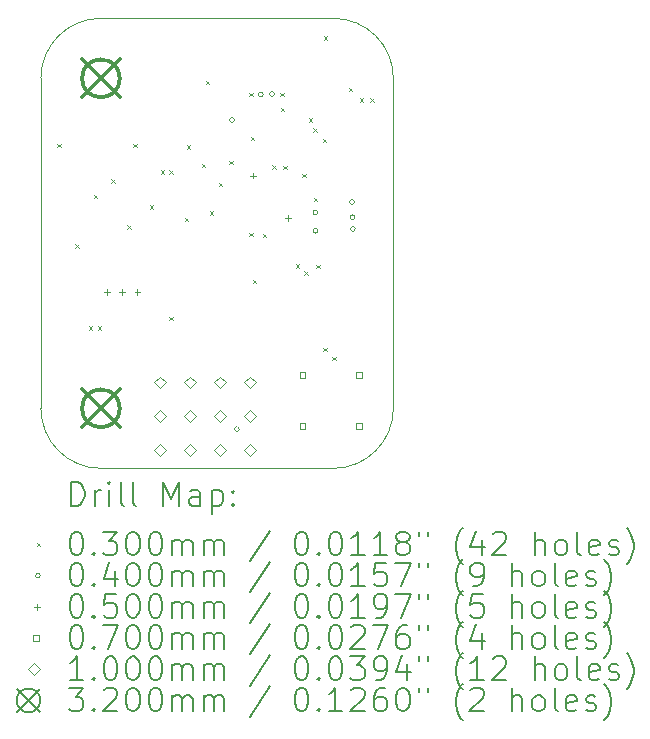
<source format=gbr>
%TF.GenerationSoftware,KiCad,Pcbnew,7.0.7*%
%TF.CreationDate,2023-09-05T00:03:01-07:00*%
%TF.ProjectId,Memory Board,4d656d6f-7279-4204-926f-6172642e6b69,rev?*%
%TF.SameCoordinates,Original*%
%TF.FileFunction,Drillmap*%
%TF.FilePolarity,Positive*%
%FSLAX45Y45*%
G04 Gerber Fmt 4.5, Leading zero omitted, Abs format (unit mm)*
G04 Created by KiCad (PCBNEW 7.0.7) date 2023-09-05 00:03:01*
%MOMM*%
%LPD*%
G01*
G04 APERTURE LIST*
%ADD10C,0.100000*%
%ADD11C,0.200000*%
%ADD12C,0.030000*%
%ADD13C,0.040000*%
%ADD14C,0.050000*%
%ADD15C,0.070000*%
%ADD16C,0.320000*%
G04 APERTURE END LIST*
D10*
X2540000Y-5842000D02*
X2540000Y-3048000D01*
X3048000Y-2540000D02*
G75*
G03*
X2540000Y-3048000I0J-508000D01*
G01*
X3048000Y-2540000D02*
X5016500Y-2540000D01*
X2540000Y-5842000D02*
G75*
G03*
X3048000Y-6350000I508000J0D01*
G01*
X5524500Y-3048000D02*
X5524500Y-5842000D01*
X5016500Y-6350000D02*
G75*
G03*
X5524500Y-5842000I0J508000D01*
G01*
X5524500Y-3048000D02*
G75*
G03*
X5016500Y-2540000I-508000J0D01*
G01*
X5016500Y-6350000D02*
X3048000Y-6350000D01*
D11*
D12*
X2680160Y-3601000D02*
X2710160Y-3631000D01*
X2710160Y-3601000D02*
X2680160Y-3631000D01*
X2830060Y-4452600D02*
X2860060Y-4482600D01*
X2860060Y-4452600D02*
X2830060Y-4482600D01*
X2946640Y-5148820D02*
X2976640Y-5178820D01*
X2976640Y-5148820D02*
X2946640Y-5178820D01*
X2987280Y-4033760D02*
X3017280Y-4063760D01*
X3017280Y-4033760D02*
X2987280Y-4063760D01*
X3022840Y-5148820D02*
X3052840Y-5178820D01*
X3052840Y-5148820D02*
X3022840Y-5178820D01*
X3137140Y-3902000D02*
X3167140Y-3932000D01*
X3167140Y-3902000D02*
X3137140Y-3932000D01*
X3271760Y-4292840D02*
X3301760Y-4322840D01*
X3301760Y-4292840D02*
X3271760Y-4322840D01*
X3322160Y-3601000D02*
X3352160Y-3631000D01*
X3352160Y-3601000D02*
X3322160Y-3631000D01*
X3459720Y-4120120D02*
X3489720Y-4150120D01*
X3489720Y-4120120D02*
X3459720Y-4150120D01*
X3553700Y-3825480D02*
X3583700Y-3855480D01*
X3583700Y-3825480D02*
X3553700Y-3855480D01*
X3624820Y-3825480D02*
X3654820Y-3855480D01*
X3654820Y-3825480D02*
X3624820Y-3855480D01*
X3627360Y-5067280D02*
X3657360Y-5097280D01*
X3657360Y-5067280D02*
X3627360Y-5097280D01*
X3757022Y-4227037D02*
X3787022Y-4257037D01*
X3787022Y-4227037D02*
X3757022Y-4257037D01*
X3774000Y-3613000D02*
X3804000Y-3643000D01*
X3804000Y-3613000D02*
X3774000Y-3643000D01*
X3901680Y-3769600D02*
X3931680Y-3799600D01*
X3931680Y-3769600D02*
X3901680Y-3799600D01*
X3937240Y-3068560D02*
X3967240Y-3098560D01*
X3967240Y-3068560D02*
X3937240Y-3098560D01*
X3968000Y-4171950D02*
X3998000Y-4201950D01*
X3998000Y-4171950D02*
X3968000Y-4201950D01*
X4045000Y-3931000D02*
X4075000Y-3961000D01*
X4075000Y-3931000D02*
X4045000Y-3961000D01*
X4132820Y-3746740D02*
X4162820Y-3776740D01*
X4162820Y-3746740D02*
X4132820Y-3776740D01*
X4305530Y-4353505D02*
X4335530Y-4383505D01*
X4335530Y-4353505D02*
X4305530Y-4383505D01*
X4305540Y-3170160D02*
X4335540Y-3200160D01*
X4335540Y-3170160D02*
X4305540Y-3200160D01*
X4315700Y-3543540D02*
X4345700Y-3573540D01*
X4345700Y-3543540D02*
X4315700Y-3573540D01*
X4332000Y-4755000D02*
X4362000Y-4785000D01*
X4362000Y-4755000D02*
X4332000Y-4785000D01*
X4417300Y-4364650D02*
X4447300Y-4394650D01*
X4447300Y-4364650D02*
X4417300Y-4394650D01*
X4500421Y-3784829D02*
X4530421Y-3814829D01*
X4530421Y-3784829D02*
X4500421Y-3814829D01*
X4567160Y-3170160D02*
X4597160Y-3200160D01*
X4597160Y-3170160D02*
X4567160Y-3200160D01*
X4569000Y-3297160D02*
X4599000Y-3327160D01*
X4599000Y-3297160D02*
X4569000Y-3327160D01*
X4590361Y-3786186D02*
X4620361Y-3816186D01*
X4620361Y-3786186D02*
X4590361Y-3816186D01*
X4697307Y-4623663D02*
X4727307Y-4653663D01*
X4727307Y-4623663D02*
X4697307Y-4653663D01*
X4755000Y-3856180D02*
X4785000Y-3886180D01*
X4785000Y-3856180D02*
X4755000Y-3886180D01*
X4768080Y-4679180D02*
X4798080Y-4709180D01*
X4798080Y-4679180D02*
X4768080Y-4709180D01*
X4809680Y-3386060D02*
X4839680Y-3416060D01*
X4839680Y-3386060D02*
X4809680Y-3416060D01*
X4844323Y-3469072D02*
X4874323Y-3499072D01*
X4874323Y-3469072D02*
X4844323Y-3499072D01*
X4851000Y-4057000D02*
X4881000Y-4087000D01*
X4881000Y-4057000D02*
X4851000Y-4087000D01*
X4869420Y-4625580D02*
X4899420Y-4655580D01*
X4899420Y-4625580D02*
X4869420Y-4655580D01*
X4927557Y-3559982D02*
X4957557Y-3589982D01*
X4957557Y-3559982D02*
X4927557Y-3589982D01*
X4931550Y-5329032D02*
X4961550Y-5359032D01*
X4961550Y-5329032D02*
X4931550Y-5359032D01*
X4935460Y-2690100D02*
X4965460Y-2720100D01*
X4965460Y-2690100D02*
X4935460Y-2720100D01*
X5005950Y-5403720D02*
X5035950Y-5433720D01*
X5035950Y-5403720D02*
X5005950Y-5433720D01*
X5146574Y-3126980D02*
X5176574Y-3156980D01*
X5176574Y-3126980D02*
X5146574Y-3156980D01*
X5240510Y-3218420D02*
X5270510Y-3248420D01*
X5270510Y-3218420D02*
X5240510Y-3248420D01*
X5330413Y-3215511D02*
X5360413Y-3245511D01*
X5360413Y-3215511D02*
X5330413Y-3245511D01*
D13*
X4178000Y-3401000D02*
G75*
G03*
X4178000Y-3401000I-20000J0D01*
G01*
X4219000Y-6018000D02*
G75*
G03*
X4219000Y-6018000I-20000J0D01*
G01*
X4422000Y-3184000D02*
G75*
G03*
X4422000Y-3184000I-20000J0D01*
G01*
X4517000Y-3182000D02*
G75*
G03*
X4517000Y-3182000I-20000J0D01*
G01*
X4884000Y-4183000D02*
G75*
G03*
X4884000Y-4183000I-20000J0D01*
G01*
X4885000Y-4338000D02*
G75*
G03*
X4885000Y-4338000I-20000J0D01*
G01*
X5195000Y-4094000D02*
G75*
G03*
X5195000Y-4094000I-20000J0D01*
G01*
X5197000Y-4223000D02*
G75*
G03*
X5197000Y-4223000I-20000J0D01*
G01*
X5201035Y-4322869D02*
G75*
G03*
X5201035Y-4322869I-20000J0D01*
G01*
D14*
X3101340Y-4828940D02*
X3101340Y-4878940D01*
X3076340Y-4853940D02*
X3126340Y-4853940D01*
X3229610Y-4828940D02*
X3229610Y-4878940D01*
X3204610Y-4853940D02*
X3254610Y-4853940D01*
X3357880Y-4828940D02*
X3357880Y-4878940D01*
X3332880Y-4853940D02*
X3382880Y-4853940D01*
X4333240Y-3845960D02*
X4333240Y-3895960D01*
X4308240Y-3870960D02*
X4358240Y-3870960D01*
X4630420Y-4204100D02*
X4630420Y-4254100D01*
X4605420Y-4229100D02*
X4655420Y-4229100D01*
D15*
X4779689Y-5585709D02*
X4779689Y-5536211D01*
X4730191Y-5536211D01*
X4730191Y-5585709D01*
X4779689Y-5585709D01*
X4779689Y-6015709D02*
X4779689Y-5966211D01*
X4730191Y-5966211D01*
X4730191Y-6015709D01*
X4779689Y-6015709D01*
X5259689Y-5585709D02*
X5259689Y-5536211D01*
X5210191Y-5536211D01*
X5210191Y-5585709D01*
X5259689Y-5585709D01*
X5259689Y-6015709D02*
X5259689Y-5966211D01*
X5210191Y-5966211D01*
X5210191Y-6015709D01*
X5259689Y-6015709D01*
D10*
X3546000Y-5673000D02*
X3596000Y-5623000D01*
X3546000Y-5573000D01*
X3496000Y-5623000D01*
X3546000Y-5673000D01*
X3547000Y-6247000D02*
X3597000Y-6197000D01*
X3547000Y-6147000D01*
X3497000Y-6197000D01*
X3547000Y-6247000D01*
X3548000Y-5959000D02*
X3598000Y-5909000D01*
X3548000Y-5859000D01*
X3498000Y-5909000D01*
X3548000Y-5959000D01*
X3800000Y-5673000D02*
X3850000Y-5623000D01*
X3800000Y-5573000D01*
X3750000Y-5623000D01*
X3800000Y-5673000D01*
X3801000Y-6247000D02*
X3851000Y-6197000D01*
X3801000Y-6147000D01*
X3751000Y-6197000D01*
X3801000Y-6247000D01*
X3802000Y-5959000D02*
X3852000Y-5909000D01*
X3802000Y-5859000D01*
X3752000Y-5909000D01*
X3802000Y-5959000D01*
X4054000Y-5673000D02*
X4104000Y-5623000D01*
X4054000Y-5573000D01*
X4004000Y-5623000D01*
X4054000Y-5673000D01*
X4055000Y-6247000D02*
X4105000Y-6197000D01*
X4055000Y-6147000D01*
X4005000Y-6197000D01*
X4055000Y-6247000D01*
X4056000Y-5959000D02*
X4106000Y-5909000D01*
X4056000Y-5859000D01*
X4006000Y-5909000D01*
X4056000Y-5959000D01*
X4308000Y-5673000D02*
X4358000Y-5623000D01*
X4308000Y-5573000D01*
X4258000Y-5623000D01*
X4308000Y-5673000D01*
X4309000Y-6247000D02*
X4359000Y-6197000D01*
X4309000Y-6147000D01*
X4259000Y-6197000D01*
X4309000Y-6247000D01*
X4310000Y-5959000D02*
X4360000Y-5909000D01*
X4310000Y-5859000D01*
X4260000Y-5909000D01*
X4310000Y-5959000D01*
D16*
X2888000Y-2888000D02*
X3208000Y-3208000D01*
X3208000Y-2888000D02*
X2888000Y-3208000D01*
X3208000Y-3048000D02*
G75*
G03*
X3208000Y-3048000I-160000J0D01*
G01*
X2888000Y-5682000D02*
X3208000Y-6002000D01*
X3208000Y-5682000D02*
X2888000Y-6002000D01*
X3208000Y-5842000D02*
G75*
G03*
X3208000Y-5842000I-160000J0D01*
G01*
D11*
X2795777Y-6666484D02*
X2795777Y-6466484D01*
X2795777Y-6466484D02*
X2843396Y-6466484D01*
X2843396Y-6466484D02*
X2871967Y-6476008D01*
X2871967Y-6476008D02*
X2891015Y-6495055D01*
X2891015Y-6495055D02*
X2900539Y-6514103D01*
X2900539Y-6514103D02*
X2910062Y-6552198D01*
X2910062Y-6552198D02*
X2910062Y-6580769D01*
X2910062Y-6580769D02*
X2900539Y-6618865D01*
X2900539Y-6618865D02*
X2891015Y-6637912D01*
X2891015Y-6637912D02*
X2871967Y-6656960D01*
X2871967Y-6656960D02*
X2843396Y-6666484D01*
X2843396Y-6666484D02*
X2795777Y-6666484D01*
X2995777Y-6666484D02*
X2995777Y-6533150D01*
X2995777Y-6571246D02*
X3005301Y-6552198D01*
X3005301Y-6552198D02*
X3014824Y-6542674D01*
X3014824Y-6542674D02*
X3033872Y-6533150D01*
X3033872Y-6533150D02*
X3052920Y-6533150D01*
X3119586Y-6666484D02*
X3119586Y-6533150D01*
X3119586Y-6466484D02*
X3110062Y-6476008D01*
X3110062Y-6476008D02*
X3119586Y-6485531D01*
X3119586Y-6485531D02*
X3129110Y-6476008D01*
X3129110Y-6476008D02*
X3119586Y-6466484D01*
X3119586Y-6466484D02*
X3119586Y-6485531D01*
X3243396Y-6666484D02*
X3224348Y-6656960D01*
X3224348Y-6656960D02*
X3214824Y-6637912D01*
X3214824Y-6637912D02*
X3214824Y-6466484D01*
X3348158Y-6666484D02*
X3329110Y-6656960D01*
X3329110Y-6656960D02*
X3319586Y-6637912D01*
X3319586Y-6637912D02*
X3319586Y-6466484D01*
X3576729Y-6666484D02*
X3576729Y-6466484D01*
X3576729Y-6466484D02*
X3643396Y-6609341D01*
X3643396Y-6609341D02*
X3710062Y-6466484D01*
X3710062Y-6466484D02*
X3710062Y-6666484D01*
X3891015Y-6666484D02*
X3891015Y-6561722D01*
X3891015Y-6561722D02*
X3881491Y-6542674D01*
X3881491Y-6542674D02*
X3862443Y-6533150D01*
X3862443Y-6533150D02*
X3824348Y-6533150D01*
X3824348Y-6533150D02*
X3805301Y-6542674D01*
X3891015Y-6656960D02*
X3871967Y-6666484D01*
X3871967Y-6666484D02*
X3824348Y-6666484D01*
X3824348Y-6666484D02*
X3805301Y-6656960D01*
X3805301Y-6656960D02*
X3795777Y-6637912D01*
X3795777Y-6637912D02*
X3795777Y-6618865D01*
X3795777Y-6618865D02*
X3805301Y-6599817D01*
X3805301Y-6599817D02*
X3824348Y-6590293D01*
X3824348Y-6590293D02*
X3871967Y-6590293D01*
X3871967Y-6590293D02*
X3891015Y-6580769D01*
X3986253Y-6533150D02*
X3986253Y-6733150D01*
X3986253Y-6542674D02*
X4005301Y-6533150D01*
X4005301Y-6533150D02*
X4043396Y-6533150D01*
X4043396Y-6533150D02*
X4062443Y-6542674D01*
X4062443Y-6542674D02*
X4071967Y-6552198D01*
X4071967Y-6552198D02*
X4081491Y-6571246D01*
X4081491Y-6571246D02*
X4081491Y-6628388D01*
X4081491Y-6628388D02*
X4071967Y-6647436D01*
X4071967Y-6647436D02*
X4062443Y-6656960D01*
X4062443Y-6656960D02*
X4043396Y-6666484D01*
X4043396Y-6666484D02*
X4005301Y-6666484D01*
X4005301Y-6666484D02*
X3986253Y-6656960D01*
X4167205Y-6647436D02*
X4176729Y-6656960D01*
X4176729Y-6656960D02*
X4167205Y-6666484D01*
X4167205Y-6666484D02*
X4157682Y-6656960D01*
X4157682Y-6656960D02*
X4167205Y-6647436D01*
X4167205Y-6647436D02*
X4167205Y-6666484D01*
X4167205Y-6542674D02*
X4176729Y-6552198D01*
X4176729Y-6552198D02*
X4167205Y-6561722D01*
X4167205Y-6561722D02*
X4157682Y-6552198D01*
X4157682Y-6552198D02*
X4167205Y-6542674D01*
X4167205Y-6542674D02*
X4167205Y-6561722D01*
D12*
X2505000Y-6980000D02*
X2535000Y-7010000D01*
X2535000Y-6980000D02*
X2505000Y-7010000D01*
D11*
X2833872Y-6886484D02*
X2852920Y-6886484D01*
X2852920Y-6886484D02*
X2871967Y-6896008D01*
X2871967Y-6896008D02*
X2881491Y-6905531D01*
X2881491Y-6905531D02*
X2891015Y-6924579D01*
X2891015Y-6924579D02*
X2900539Y-6962674D01*
X2900539Y-6962674D02*
X2900539Y-7010293D01*
X2900539Y-7010293D02*
X2891015Y-7048388D01*
X2891015Y-7048388D02*
X2881491Y-7067436D01*
X2881491Y-7067436D02*
X2871967Y-7076960D01*
X2871967Y-7076960D02*
X2852920Y-7086484D01*
X2852920Y-7086484D02*
X2833872Y-7086484D01*
X2833872Y-7086484D02*
X2814824Y-7076960D01*
X2814824Y-7076960D02*
X2805301Y-7067436D01*
X2805301Y-7067436D02*
X2795777Y-7048388D01*
X2795777Y-7048388D02*
X2786253Y-7010293D01*
X2786253Y-7010293D02*
X2786253Y-6962674D01*
X2786253Y-6962674D02*
X2795777Y-6924579D01*
X2795777Y-6924579D02*
X2805301Y-6905531D01*
X2805301Y-6905531D02*
X2814824Y-6896008D01*
X2814824Y-6896008D02*
X2833872Y-6886484D01*
X2986253Y-7067436D02*
X2995777Y-7076960D01*
X2995777Y-7076960D02*
X2986253Y-7086484D01*
X2986253Y-7086484D02*
X2976729Y-7076960D01*
X2976729Y-7076960D02*
X2986253Y-7067436D01*
X2986253Y-7067436D02*
X2986253Y-7086484D01*
X3062443Y-6886484D02*
X3186253Y-6886484D01*
X3186253Y-6886484D02*
X3119586Y-6962674D01*
X3119586Y-6962674D02*
X3148158Y-6962674D01*
X3148158Y-6962674D02*
X3167205Y-6972198D01*
X3167205Y-6972198D02*
X3176729Y-6981722D01*
X3176729Y-6981722D02*
X3186253Y-7000769D01*
X3186253Y-7000769D02*
X3186253Y-7048388D01*
X3186253Y-7048388D02*
X3176729Y-7067436D01*
X3176729Y-7067436D02*
X3167205Y-7076960D01*
X3167205Y-7076960D02*
X3148158Y-7086484D01*
X3148158Y-7086484D02*
X3091015Y-7086484D01*
X3091015Y-7086484D02*
X3071967Y-7076960D01*
X3071967Y-7076960D02*
X3062443Y-7067436D01*
X3310062Y-6886484D02*
X3329110Y-6886484D01*
X3329110Y-6886484D02*
X3348158Y-6896008D01*
X3348158Y-6896008D02*
X3357682Y-6905531D01*
X3357682Y-6905531D02*
X3367205Y-6924579D01*
X3367205Y-6924579D02*
X3376729Y-6962674D01*
X3376729Y-6962674D02*
X3376729Y-7010293D01*
X3376729Y-7010293D02*
X3367205Y-7048388D01*
X3367205Y-7048388D02*
X3357682Y-7067436D01*
X3357682Y-7067436D02*
X3348158Y-7076960D01*
X3348158Y-7076960D02*
X3329110Y-7086484D01*
X3329110Y-7086484D02*
X3310062Y-7086484D01*
X3310062Y-7086484D02*
X3291015Y-7076960D01*
X3291015Y-7076960D02*
X3281491Y-7067436D01*
X3281491Y-7067436D02*
X3271967Y-7048388D01*
X3271967Y-7048388D02*
X3262443Y-7010293D01*
X3262443Y-7010293D02*
X3262443Y-6962674D01*
X3262443Y-6962674D02*
X3271967Y-6924579D01*
X3271967Y-6924579D02*
X3281491Y-6905531D01*
X3281491Y-6905531D02*
X3291015Y-6896008D01*
X3291015Y-6896008D02*
X3310062Y-6886484D01*
X3500539Y-6886484D02*
X3519586Y-6886484D01*
X3519586Y-6886484D02*
X3538634Y-6896008D01*
X3538634Y-6896008D02*
X3548158Y-6905531D01*
X3548158Y-6905531D02*
X3557682Y-6924579D01*
X3557682Y-6924579D02*
X3567205Y-6962674D01*
X3567205Y-6962674D02*
X3567205Y-7010293D01*
X3567205Y-7010293D02*
X3557682Y-7048388D01*
X3557682Y-7048388D02*
X3548158Y-7067436D01*
X3548158Y-7067436D02*
X3538634Y-7076960D01*
X3538634Y-7076960D02*
X3519586Y-7086484D01*
X3519586Y-7086484D02*
X3500539Y-7086484D01*
X3500539Y-7086484D02*
X3481491Y-7076960D01*
X3481491Y-7076960D02*
X3471967Y-7067436D01*
X3471967Y-7067436D02*
X3462443Y-7048388D01*
X3462443Y-7048388D02*
X3452920Y-7010293D01*
X3452920Y-7010293D02*
X3452920Y-6962674D01*
X3452920Y-6962674D02*
X3462443Y-6924579D01*
X3462443Y-6924579D02*
X3471967Y-6905531D01*
X3471967Y-6905531D02*
X3481491Y-6896008D01*
X3481491Y-6896008D02*
X3500539Y-6886484D01*
X3652920Y-7086484D02*
X3652920Y-6953150D01*
X3652920Y-6972198D02*
X3662443Y-6962674D01*
X3662443Y-6962674D02*
X3681491Y-6953150D01*
X3681491Y-6953150D02*
X3710063Y-6953150D01*
X3710063Y-6953150D02*
X3729110Y-6962674D01*
X3729110Y-6962674D02*
X3738634Y-6981722D01*
X3738634Y-6981722D02*
X3738634Y-7086484D01*
X3738634Y-6981722D02*
X3748158Y-6962674D01*
X3748158Y-6962674D02*
X3767205Y-6953150D01*
X3767205Y-6953150D02*
X3795777Y-6953150D01*
X3795777Y-6953150D02*
X3814824Y-6962674D01*
X3814824Y-6962674D02*
X3824348Y-6981722D01*
X3824348Y-6981722D02*
X3824348Y-7086484D01*
X3919586Y-7086484D02*
X3919586Y-6953150D01*
X3919586Y-6972198D02*
X3929110Y-6962674D01*
X3929110Y-6962674D02*
X3948158Y-6953150D01*
X3948158Y-6953150D02*
X3976729Y-6953150D01*
X3976729Y-6953150D02*
X3995777Y-6962674D01*
X3995777Y-6962674D02*
X4005301Y-6981722D01*
X4005301Y-6981722D02*
X4005301Y-7086484D01*
X4005301Y-6981722D02*
X4014824Y-6962674D01*
X4014824Y-6962674D02*
X4033872Y-6953150D01*
X4033872Y-6953150D02*
X4062443Y-6953150D01*
X4062443Y-6953150D02*
X4081491Y-6962674D01*
X4081491Y-6962674D02*
X4091015Y-6981722D01*
X4091015Y-6981722D02*
X4091015Y-7086484D01*
X4481491Y-6876960D02*
X4310063Y-7134103D01*
X4738634Y-6886484D02*
X4757682Y-6886484D01*
X4757682Y-6886484D02*
X4776729Y-6896008D01*
X4776729Y-6896008D02*
X4786253Y-6905531D01*
X4786253Y-6905531D02*
X4795777Y-6924579D01*
X4795777Y-6924579D02*
X4805301Y-6962674D01*
X4805301Y-6962674D02*
X4805301Y-7010293D01*
X4805301Y-7010293D02*
X4795777Y-7048388D01*
X4795777Y-7048388D02*
X4786253Y-7067436D01*
X4786253Y-7067436D02*
X4776729Y-7076960D01*
X4776729Y-7076960D02*
X4757682Y-7086484D01*
X4757682Y-7086484D02*
X4738634Y-7086484D01*
X4738634Y-7086484D02*
X4719587Y-7076960D01*
X4719587Y-7076960D02*
X4710063Y-7067436D01*
X4710063Y-7067436D02*
X4700539Y-7048388D01*
X4700539Y-7048388D02*
X4691015Y-7010293D01*
X4691015Y-7010293D02*
X4691015Y-6962674D01*
X4691015Y-6962674D02*
X4700539Y-6924579D01*
X4700539Y-6924579D02*
X4710063Y-6905531D01*
X4710063Y-6905531D02*
X4719587Y-6896008D01*
X4719587Y-6896008D02*
X4738634Y-6886484D01*
X4891015Y-7067436D02*
X4900539Y-7076960D01*
X4900539Y-7076960D02*
X4891015Y-7086484D01*
X4891015Y-7086484D02*
X4881491Y-7076960D01*
X4881491Y-7076960D02*
X4891015Y-7067436D01*
X4891015Y-7067436D02*
X4891015Y-7086484D01*
X5024348Y-6886484D02*
X5043396Y-6886484D01*
X5043396Y-6886484D02*
X5062444Y-6896008D01*
X5062444Y-6896008D02*
X5071968Y-6905531D01*
X5071968Y-6905531D02*
X5081491Y-6924579D01*
X5081491Y-6924579D02*
X5091015Y-6962674D01*
X5091015Y-6962674D02*
X5091015Y-7010293D01*
X5091015Y-7010293D02*
X5081491Y-7048388D01*
X5081491Y-7048388D02*
X5071968Y-7067436D01*
X5071968Y-7067436D02*
X5062444Y-7076960D01*
X5062444Y-7076960D02*
X5043396Y-7086484D01*
X5043396Y-7086484D02*
X5024348Y-7086484D01*
X5024348Y-7086484D02*
X5005301Y-7076960D01*
X5005301Y-7076960D02*
X4995777Y-7067436D01*
X4995777Y-7067436D02*
X4986253Y-7048388D01*
X4986253Y-7048388D02*
X4976729Y-7010293D01*
X4976729Y-7010293D02*
X4976729Y-6962674D01*
X4976729Y-6962674D02*
X4986253Y-6924579D01*
X4986253Y-6924579D02*
X4995777Y-6905531D01*
X4995777Y-6905531D02*
X5005301Y-6896008D01*
X5005301Y-6896008D02*
X5024348Y-6886484D01*
X5281491Y-7086484D02*
X5167206Y-7086484D01*
X5224348Y-7086484D02*
X5224348Y-6886484D01*
X5224348Y-6886484D02*
X5205301Y-6915055D01*
X5205301Y-6915055D02*
X5186253Y-6934103D01*
X5186253Y-6934103D02*
X5167206Y-6943627D01*
X5471968Y-7086484D02*
X5357682Y-7086484D01*
X5414825Y-7086484D02*
X5414825Y-6886484D01*
X5414825Y-6886484D02*
X5395777Y-6915055D01*
X5395777Y-6915055D02*
X5376729Y-6934103D01*
X5376729Y-6934103D02*
X5357682Y-6943627D01*
X5586253Y-6972198D02*
X5567206Y-6962674D01*
X5567206Y-6962674D02*
X5557682Y-6953150D01*
X5557682Y-6953150D02*
X5548158Y-6934103D01*
X5548158Y-6934103D02*
X5548158Y-6924579D01*
X5548158Y-6924579D02*
X5557682Y-6905531D01*
X5557682Y-6905531D02*
X5567206Y-6896008D01*
X5567206Y-6896008D02*
X5586253Y-6886484D01*
X5586253Y-6886484D02*
X5624348Y-6886484D01*
X5624348Y-6886484D02*
X5643396Y-6896008D01*
X5643396Y-6896008D02*
X5652920Y-6905531D01*
X5652920Y-6905531D02*
X5662444Y-6924579D01*
X5662444Y-6924579D02*
X5662444Y-6934103D01*
X5662444Y-6934103D02*
X5652920Y-6953150D01*
X5652920Y-6953150D02*
X5643396Y-6962674D01*
X5643396Y-6962674D02*
X5624348Y-6972198D01*
X5624348Y-6972198D02*
X5586253Y-6972198D01*
X5586253Y-6972198D02*
X5567206Y-6981722D01*
X5567206Y-6981722D02*
X5557682Y-6991246D01*
X5557682Y-6991246D02*
X5548158Y-7010293D01*
X5548158Y-7010293D02*
X5548158Y-7048388D01*
X5548158Y-7048388D02*
X5557682Y-7067436D01*
X5557682Y-7067436D02*
X5567206Y-7076960D01*
X5567206Y-7076960D02*
X5586253Y-7086484D01*
X5586253Y-7086484D02*
X5624348Y-7086484D01*
X5624348Y-7086484D02*
X5643396Y-7076960D01*
X5643396Y-7076960D02*
X5652920Y-7067436D01*
X5652920Y-7067436D02*
X5662444Y-7048388D01*
X5662444Y-7048388D02*
X5662444Y-7010293D01*
X5662444Y-7010293D02*
X5652920Y-6991246D01*
X5652920Y-6991246D02*
X5643396Y-6981722D01*
X5643396Y-6981722D02*
X5624348Y-6972198D01*
X5738634Y-6886484D02*
X5738634Y-6924579D01*
X5814825Y-6886484D02*
X5814825Y-6924579D01*
X6110063Y-7162674D02*
X6100539Y-7153150D01*
X6100539Y-7153150D02*
X6081491Y-7124579D01*
X6081491Y-7124579D02*
X6071968Y-7105531D01*
X6071968Y-7105531D02*
X6062444Y-7076960D01*
X6062444Y-7076960D02*
X6052920Y-7029341D01*
X6052920Y-7029341D02*
X6052920Y-6991246D01*
X6052920Y-6991246D02*
X6062444Y-6943627D01*
X6062444Y-6943627D02*
X6071968Y-6915055D01*
X6071968Y-6915055D02*
X6081491Y-6896008D01*
X6081491Y-6896008D02*
X6100539Y-6867436D01*
X6100539Y-6867436D02*
X6110063Y-6857912D01*
X6271968Y-6953150D02*
X6271968Y-7086484D01*
X6224348Y-6876960D02*
X6176729Y-7019817D01*
X6176729Y-7019817D02*
X6300539Y-7019817D01*
X6367206Y-6905531D02*
X6376729Y-6896008D01*
X6376729Y-6896008D02*
X6395777Y-6886484D01*
X6395777Y-6886484D02*
X6443396Y-6886484D01*
X6443396Y-6886484D02*
X6462444Y-6896008D01*
X6462444Y-6896008D02*
X6471968Y-6905531D01*
X6471968Y-6905531D02*
X6481491Y-6924579D01*
X6481491Y-6924579D02*
X6481491Y-6943627D01*
X6481491Y-6943627D02*
X6471968Y-6972198D01*
X6471968Y-6972198D02*
X6357682Y-7086484D01*
X6357682Y-7086484D02*
X6481491Y-7086484D01*
X6719587Y-7086484D02*
X6719587Y-6886484D01*
X6805301Y-7086484D02*
X6805301Y-6981722D01*
X6805301Y-6981722D02*
X6795777Y-6962674D01*
X6795777Y-6962674D02*
X6776730Y-6953150D01*
X6776730Y-6953150D02*
X6748158Y-6953150D01*
X6748158Y-6953150D02*
X6729110Y-6962674D01*
X6729110Y-6962674D02*
X6719587Y-6972198D01*
X6929110Y-7086484D02*
X6910063Y-7076960D01*
X6910063Y-7076960D02*
X6900539Y-7067436D01*
X6900539Y-7067436D02*
X6891015Y-7048388D01*
X6891015Y-7048388D02*
X6891015Y-6991246D01*
X6891015Y-6991246D02*
X6900539Y-6972198D01*
X6900539Y-6972198D02*
X6910063Y-6962674D01*
X6910063Y-6962674D02*
X6929110Y-6953150D01*
X6929110Y-6953150D02*
X6957682Y-6953150D01*
X6957682Y-6953150D02*
X6976730Y-6962674D01*
X6976730Y-6962674D02*
X6986253Y-6972198D01*
X6986253Y-6972198D02*
X6995777Y-6991246D01*
X6995777Y-6991246D02*
X6995777Y-7048388D01*
X6995777Y-7048388D02*
X6986253Y-7067436D01*
X6986253Y-7067436D02*
X6976730Y-7076960D01*
X6976730Y-7076960D02*
X6957682Y-7086484D01*
X6957682Y-7086484D02*
X6929110Y-7086484D01*
X7110063Y-7086484D02*
X7091015Y-7076960D01*
X7091015Y-7076960D02*
X7081491Y-7057912D01*
X7081491Y-7057912D02*
X7081491Y-6886484D01*
X7262444Y-7076960D02*
X7243396Y-7086484D01*
X7243396Y-7086484D02*
X7205301Y-7086484D01*
X7205301Y-7086484D02*
X7186253Y-7076960D01*
X7186253Y-7076960D02*
X7176730Y-7057912D01*
X7176730Y-7057912D02*
X7176730Y-6981722D01*
X7176730Y-6981722D02*
X7186253Y-6962674D01*
X7186253Y-6962674D02*
X7205301Y-6953150D01*
X7205301Y-6953150D02*
X7243396Y-6953150D01*
X7243396Y-6953150D02*
X7262444Y-6962674D01*
X7262444Y-6962674D02*
X7271968Y-6981722D01*
X7271968Y-6981722D02*
X7271968Y-7000769D01*
X7271968Y-7000769D02*
X7176730Y-7019817D01*
X7348158Y-7076960D02*
X7367206Y-7086484D01*
X7367206Y-7086484D02*
X7405301Y-7086484D01*
X7405301Y-7086484D02*
X7424349Y-7076960D01*
X7424349Y-7076960D02*
X7433872Y-7057912D01*
X7433872Y-7057912D02*
X7433872Y-7048388D01*
X7433872Y-7048388D02*
X7424349Y-7029341D01*
X7424349Y-7029341D02*
X7405301Y-7019817D01*
X7405301Y-7019817D02*
X7376730Y-7019817D01*
X7376730Y-7019817D02*
X7357682Y-7010293D01*
X7357682Y-7010293D02*
X7348158Y-6991246D01*
X7348158Y-6991246D02*
X7348158Y-6981722D01*
X7348158Y-6981722D02*
X7357682Y-6962674D01*
X7357682Y-6962674D02*
X7376730Y-6953150D01*
X7376730Y-6953150D02*
X7405301Y-6953150D01*
X7405301Y-6953150D02*
X7424349Y-6962674D01*
X7500539Y-7162674D02*
X7510063Y-7153150D01*
X7510063Y-7153150D02*
X7529111Y-7124579D01*
X7529111Y-7124579D02*
X7538634Y-7105531D01*
X7538634Y-7105531D02*
X7548158Y-7076960D01*
X7548158Y-7076960D02*
X7557682Y-7029341D01*
X7557682Y-7029341D02*
X7557682Y-6991246D01*
X7557682Y-6991246D02*
X7548158Y-6943627D01*
X7548158Y-6943627D02*
X7538634Y-6915055D01*
X7538634Y-6915055D02*
X7529111Y-6896008D01*
X7529111Y-6896008D02*
X7510063Y-6867436D01*
X7510063Y-6867436D02*
X7500539Y-6857912D01*
D13*
X2535000Y-7259000D02*
G75*
G03*
X2535000Y-7259000I-20000J0D01*
G01*
D11*
X2833872Y-7150484D02*
X2852920Y-7150484D01*
X2852920Y-7150484D02*
X2871967Y-7160008D01*
X2871967Y-7160008D02*
X2881491Y-7169531D01*
X2881491Y-7169531D02*
X2891015Y-7188579D01*
X2891015Y-7188579D02*
X2900539Y-7226674D01*
X2900539Y-7226674D02*
X2900539Y-7274293D01*
X2900539Y-7274293D02*
X2891015Y-7312388D01*
X2891015Y-7312388D02*
X2881491Y-7331436D01*
X2881491Y-7331436D02*
X2871967Y-7340960D01*
X2871967Y-7340960D02*
X2852920Y-7350484D01*
X2852920Y-7350484D02*
X2833872Y-7350484D01*
X2833872Y-7350484D02*
X2814824Y-7340960D01*
X2814824Y-7340960D02*
X2805301Y-7331436D01*
X2805301Y-7331436D02*
X2795777Y-7312388D01*
X2795777Y-7312388D02*
X2786253Y-7274293D01*
X2786253Y-7274293D02*
X2786253Y-7226674D01*
X2786253Y-7226674D02*
X2795777Y-7188579D01*
X2795777Y-7188579D02*
X2805301Y-7169531D01*
X2805301Y-7169531D02*
X2814824Y-7160008D01*
X2814824Y-7160008D02*
X2833872Y-7150484D01*
X2986253Y-7331436D02*
X2995777Y-7340960D01*
X2995777Y-7340960D02*
X2986253Y-7350484D01*
X2986253Y-7350484D02*
X2976729Y-7340960D01*
X2976729Y-7340960D02*
X2986253Y-7331436D01*
X2986253Y-7331436D02*
X2986253Y-7350484D01*
X3167205Y-7217150D02*
X3167205Y-7350484D01*
X3119586Y-7140960D02*
X3071967Y-7283817D01*
X3071967Y-7283817D02*
X3195777Y-7283817D01*
X3310062Y-7150484D02*
X3329110Y-7150484D01*
X3329110Y-7150484D02*
X3348158Y-7160008D01*
X3348158Y-7160008D02*
X3357682Y-7169531D01*
X3357682Y-7169531D02*
X3367205Y-7188579D01*
X3367205Y-7188579D02*
X3376729Y-7226674D01*
X3376729Y-7226674D02*
X3376729Y-7274293D01*
X3376729Y-7274293D02*
X3367205Y-7312388D01*
X3367205Y-7312388D02*
X3357682Y-7331436D01*
X3357682Y-7331436D02*
X3348158Y-7340960D01*
X3348158Y-7340960D02*
X3329110Y-7350484D01*
X3329110Y-7350484D02*
X3310062Y-7350484D01*
X3310062Y-7350484D02*
X3291015Y-7340960D01*
X3291015Y-7340960D02*
X3281491Y-7331436D01*
X3281491Y-7331436D02*
X3271967Y-7312388D01*
X3271967Y-7312388D02*
X3262443Y-7274293D01*
X3262443Y-7274293D02*
X3262443Y-7226674D01*
X3262443Y-7226674D02*
X3271967Y-7188579D01*
X3271967Y-7188579D02*
X3281491Y-7169531D01*
X3281491Y-7169531D02*
X3291015Y-7160008D01*
X3291015Y-7160008D02*
X3310062Y-7150484D01*
X3500539Y-7150484D02*
X3519586Y-7150484D01*
X3519586Y-7150484D02*
X3538634Y-7160008D01*
X3538634Y-7160008D02*
X3548158Y-7169531D01*
X3548158Y-7169531D02*
X3557682Y-7188579D01*
X3557682Y-7188579D02*
X3567205Y-7226674D01*
X3567205Y-7226674D02*
X3567205Y-7274293D01*
X3567205Y-7274293D02*
X3557682Y-7312388D01*
X3557682Y-7312388D02*
X3548158Y-7331436D01*
X3548158Y-7331436D02*
X3538634Y-7340960D01*
X3538634Y-7340960D02*
X3519586Y-7350484D01*
X3519586Y-7350484D02*
X3500539Y-7350484D01*
X3500539Y-7350484D02*
X3481491Y-7340960D01*
X3481491Y-7340960D02*
X3471967Y-7331436D01*
X3471967Y-7331436D02*
X3462443Y-7312388D01*
X3462443Y-7312388D02*
X3452920Y-7274293D01*
X3452920Y-7274293D02*
X3452920Y-7226674D01*
X3452920Y-7226674D02*
X3462443Y-7188579D01*
X3462443Y-7188579D02*
X3471967Y-7169531D01*
X3471967Y-7169531D02*
X3481491Y-7160008D01*
X3481491Y-7160008D02*
X3500539Y-7150484D01*
X3652920Y-7350484D02*
X3652920Y-7217150D01*
X3652920Y-7236198D02*
X3662443Y-7226674D01*
X3662443Y-7226674D02*
X3681491Y-7217150D01*
X3681491Y-7217150D02*
X3710063Y-7217150D01*
X3710063Y-7217150D02*
X3729110Y-7226674D01*
X3729110Y-7226674D02*
X3738634Y-7245722D01*
X3738634Y-7245722D02*
X3738634Y-7350484D01*
X3738634Y-7245722D02*
X3748158Y-7226674D01*
X3748158Y-7226674D02*
X3767205Y-7217150D01*
X3767205Y-7217150D02*
X3795777Y-7217150D01*
X3795777Y-7217150D02*
X3814824Y-7226674D01*
X3814824Y-7226674D02*
X3824348Y-7245722D01*
X3824348Y-7245722D02*
X3824348Y-7350484D01*
X3919586Y-7350484D02*
X3919586Y-7217150D01*
X3919586Y-7236198D02*
X3929110Y-7226674D01*
X3929110Y-7226674D02*
X3948158Y-7217150D01*
X3948158Y-7217150D02*
X3976729Y-7217150D01*
X3976729Y-7217150D02*
X3995777Y-7226674D01*
X3995777Y-7226674D02*
X4005301Y-7245722D01*
X4005301Y-7245722D02*
X4005301Y-7350484D01*
X4005301Y-7245722D02*
X4014824Y-7226674D01*
X4014824Y-7226674D02*
X4033872Y-7217150D01*
X4033872Y-7217150D02*
X4062443Y-7217150D01*
X4062443Y-7217150D02*
X4081491Y-7226674D01*
X4081491Y-7226674D02*
X4091015Y-7245722D01*
X4091015Y-7245722D02*
X4091015Y-7350484D01*
X4481491Y-7140960D02*
X4310063Y-7398103D01*
X4738634Y-7150484D02*
X4757682Y-7150484D01*
X4757682Y-7150484D02*
X4776729Y-7160008D01*
X4776729Y-7160008D02*
X4786253Y-7169531D01*
X4786253Y-7169531D02*
X4795777Y-7188579D01*
X4795777Y-7188579D02*
X4805301Y-7226674D01*
X4805301Y-7226674D02*
X4805301Y-7274293D01*
X4805301Y-7274293D02*
X4795777Y-7312388D01*
X4795777Y-7312388D02*
X4786253Y-7331436D01*
X4786253Y-7331436D02*
X4776729Y-7340960D01*
X4776729Y-7340960D02*
X4757682Y-7350484D01*
X4757682Y-7350484D02*
X4738634Y-7350484D01*
X4738634Y-7350484D02*
X4719587Y-7340960D01*
X4719587Y-7340960D02*
X4710063Y-7331436D01*
X4710063Y-7331436D02*
X4700539Y-7312388D01*
X4700539Y-7312388D02*
X4691015Y-7274293D01*
X4691015Y-7274293D02*
X4691015Y-7226674D01*
X4691015Y-7226674D02*
X4700539Y-7188579D01*
X4700539Y-7188579D02*
X4710063Y-7169531D01*
X4710063Y-7169531D02*
X4719587Y-7160008D01*
X4719587Y-7160008D02*
X4738634Y-7150484D01*
X4891015Y-7331436D02*
X4900539Y-7340960D01*
X4900539Y-7340960D02*
X4891015Y-7350484D01*
X4891015Y-7350484D02*
X4881491Y-7340960D01*
X4881491Y-7340960D02*
X4891015Y-7331436D01*
X4891015Y-7331436D02*
X4891015Y-7350484D01*
X5024348Y-7150484D02*
X5043396Y-7150484D01*
X5043396Y-7150484D02*
X5062444Y-7160008D01*
X5062444Y-7160008D02*
X5071968Y-7169531D01*
X5071968Y-7169531D02*
X5081491Y-7188579D01*
X5081491Y-7188579D02*
X5091015Y-7226674D01*
X5091015Y-7226674D02*
X5091015Y-7274293D01*
X5091015Y-7274293D02*
X5081491Y-7312388D01*
X5081491Y-7312388D02*
X5071968Y-7331436D01*
X5071968Y-7331436D02*
X5062444Y-7340960D01*
X5062444Y-7340960D02*
X5043396Y-7350484D01*
X5043396Y-7350484D02*
X5024348Y-7350484D01*
X5024348Y-7350484D02*
X5005301Y-7340960D01*
X5005301Y-7340960D02*
X4995777Y-7331436D01*
X4995777Y-7331436D02*
X4986253Y-7312388D01*
X4986253Y-7312388D02*
X4976729Y-7274293D01*
X4976729Y-7274293D02*
X4976729Y-7226674D01*
X4976729Y-7226674D02*
X4986253Y-7188579D01*
X4986253Y-7188579D02*
X4995777Y-7169531D01*
X4995777Y-7169531D02*
X5005301Y-7160008D01*
X5005301Y-7160008D02*
X5024348Y-7150484D01*
X5281491Y-7350484D02*
X5167206Y-7350484D01*
X5224348Y-7350484D02*
X5224348Y-7150484D01*
X5224348Y-7150484D02*
X5205301Y-7179055D01*
X5205301Y-7179055D02*
X5186253Y-7198103D01*
X5186253Y-7198103D02*
X5167206Y-7207627D01*
X5462444Y-7150484D02*
X5367206Y-7150484D01*
X5367206Y-7150484D02*
X5357682Y-7245722D01*
X5357682Y-7245722D02*
X5367206Y-7236198D01*
X5367206Y-7236198D02*
X5386253Y-7226674D01*
X5386253Y-7226674D02*
X5433872Y-7226674D01*
X5433872Y-7226674D02*
X5452920Y-7236198D01*
X5452920Y-7236198D02*
X5462444Y-7245722D01*
X5462444Y-7245722D02*
X5471968Y-7264769D01*
X5471968Y-7264769D02*
X5471968Y-7312388D01*
X5471968Y-7312388D02*
X5462444Y-7331436D01*
X5462444Y-7331436D02*
X5452920Y-7340960D01*
X5452920Y-7340960D02*
X5433872Y-7350484D01*
X5433872Y-7350484D02*
X5386253Y-7350484D01*
X5386253Y-7350484D02*
X5367206Y-7340960D01*
X5367206Y-7340960D02*
X5357682Y-7331436D01*
X5538634Y-7150484D02*
X5671967Y-7150484D01*
X5671967Y-7150484D02*
X5586253Y-7350484D01*
X5738634Y-7150484D02*
X5738634Y-7188579D01*
X5814825Y-7150484D02*
X5814825Y-7188579D01*
X6110063Y-7426674D02*
X6100539Y-7417150D01*
X6100539Y-7417150D02*
X6081491Y-7388579D01*
X6081491Y-7388579D02*
X6071968Y-7369531D01*
X6071968Y-7369531D02*
X6062444Y-7340960D01*
X6062444Y-7340960D02*
X6052920Y-7293341D01*
X6052920Y-7293341D02*
X6052920Y-7255246D01*
X6052920Y-7255246D02*
X6062444Y-7207627D01*
X6062444Y-7207627D02*
X6071968Y-7179055D01*
X6071968Y-7179055D02*
X6081491Y-7160008D01*
X6081491Y-7160008D02*
X6100539Y-7131436D01*
X6100539Y-7131436D02*
X6110063Y-7121912D01*
X6195777Y-7350484D02*
X6233872Y-7350484D01*
X6233872Y-7350484D02*
X6252920Y-7340960D01*
X6252920Y-7340960D02*
X6262444Y-7331436D01*
X6262444Y-7331436D02*
X6281491Y-7302865D01*
X6281491Y-7302865D02*
X6291015Y-7264769D01*
X6291015Y-7264769D02*
X6291015Y-7188579D01*
X6291015Y-7188579D02*
X6281491Y-7169531D01*
X6281491Y-7169531D02*
X6271968Y-7160008D01*
X6271968Y-7160008D02*
X6252920Y-7150484D01*
X6252920Y-7150484D02*
X6214825Y-7150484D01*
X6214825Y-7150484D02*
X6195777Y-7160008D01*
X6195777Y-7160008D02*
X6186253Y-7169531D01*
X6186253Y-7169531D02*
X6176729Y-7188579D01*
X6176729Y-7188579D02*
X6176729Y-7236198D01*
X6176729Y-7236198D02*
X6186253Y-7255246D01*
X6186253Y-7255246D02*
X6195777Y-7264769D01*
X6195777Y-7264769D02*
X6214825Y-7274293D01*
X6214825Y-7274293D02*
X6252920Y-7274293D01*
X6252920Y-7274293D02*
X6271968Y-7264769D01*
X6271968Y-7264769D02*
X6281491Y-7255246D01*
X6281491Y-7255246D02*
X6291015Y-7236198D01*
X6529110Y-7350484D02*
X6529110Y-7150484D01*
X6614825Y-7350484D02*
X6614825Y-7245722D01*
X6614825Y-7245722D02*
X6605301Y-7226674D01*
X6605301Y-7226674D02*
X6586253Y-7217150D01*
X6586253Y-7217150D02*
X6557682Y-7217150D01*
X6557682Y-7217150D02*
X6538634Y-7226674D01*
X6538634Y-7226674D02*
X6529110Y-7236198D01*
X6738634Y-7350484D02*
X6719587Y-7340960D01*
X6719587Y-7340960D02*
X6710063Y-7331436D01*
X6710063Y-7331436D02*
X6700539Y-7312388D01*
X6700539Y-7312388D02*
X6700539Y-7255246D01*
X6700539Y-7255246D02*
X6710063Y-7236198D01*
X6710063Y-7236198D02*
X6719587Y-7226674D01*
X6719587Y-7226674D02*
X6738634Y-7217150D01*
X6738634Y-7217150D02*
X6767206Y-7217150D01*
X6767206Y-7217150D02*
X6786253Y-7226674D01*
X6786253Y-7226674D02*
X6795777Y-7236198D01*
X6795777Y-7236198D02*
X6805301Y-7255246D01*
X6805301Y-7255246D02*
X6805301Y-7312388D01*
X6805301Y-7312388D02*
X6795777Y-7331436D01*
X6795777Y-7331436D02*
X6786253Y-7340960D01*
X6786253Y-7340960D02*
X6767206Y-7350484D01*
X6767206Y-7350484D02*
X6738634Y-7350484D01*
X6919587Y-7350484D02*
X6900539Y-7340960D01*
X6900539Y-7340960D02*
X6891015Y-7321912D01*
X6891015Y-7321912D02*
X6891015Y-7150484D01*
X7071968Y-7340960D02*
X7052920Y-7350484D01*
X7052920Y-7350484D02*
X7014825Y-7350484D01*
X7014825Y-7350484D02*
X6995777Y-7340960D01*
X6995777Y-7340960D02*
X6986253Y-7321912D01*
X6986253Y-7321912D02*
X6986253Y-7245722D01*
X6986253Y-7245722D02*
X6995777Y-7226674D01*
X6995777Y-7226674D02*
X7014825Y-7217150D01*
X7014825Y-7217150D02*
X7052920Y-7217150D01*
X7052920Y-7217150D02*
X7071968Y-7226674D01*
X7071968Y-7226674D02*
X7081491Y-7245722D01*
X7081491Y-7245722D02*
X7081491Y-7264769D01*
X7081491Y-7264769D02*
X6986253Y-7283817D01*
X7157682Y-7340960D02*
X7176730Y-7350484D01*
X7176730Y-7350484D02*
X7214825Y-7350484D01*
X7214825Y-7350484D02*
X7233872Y-7340960D01*
X7233872Y-7340960D02*
X7243396Y-7321912D01*
X7243396Y-7321912D02*
X7243396Y-7312388D01*
X7243396Y-7312388D02*
X7233872Y-7293341D01*
X7233872Y-7293341D02*
X7214825Y-7283817D01*
X7214825Y-7283817D02*
X7186253Y-7283817D01*
X7186253Y-7283817D02*
X7167206Y-7274293D01*
X7167206Y-7274293D02*
X7157682Y-7255246D01*
X7157682Y-7255246D02*
X7157682Y-7245722D01*
X7157682Y-7245722D02*
X7167206Y-7226674D01*
X7167206Y-7226674D02*
X7186253Y-7217150D01*
X7186253Y-7217150D02*
X7214825Y-7217150D01*
X7214825Y-7217150D02*
X7233872Y-7226674D01*
X7310063Y-7426674D02*
X7319587Y-7417150D01*
X7319587Y-7417150D02*
X7338634Y-7388579D01*
X7338634Y-7388579D02*
X7348158Y-7369531D01*
X7348158Y-7369531D02*
X7357682Y-7340960D01*
X7357682Y-7340960D02*
X7367206Y-7293341D01*
X7367206Y-7293341D02*
X7367206Y-7255246D01*
X7367206Y-7255246D02*
X7357682Y-7207627D01*
X7357682Y-7207627D02*
X7348158Y-7179055D01*
X7348158Y-7179055D02*
X7338634Y-7160008D01*
X7338634Y-7160008D02*
X7319587Y-7131436D01*
X7319587Y-7131436D02*
X7310063Y-7121912D01*
D14*
X2510000Y-7498000D02*
X2510000Y-7548000D01*
X2485000Y-7523000D02*
X2535000Y-7523000D01*
D11*
X2833872Y-7414484D02*
X2852920Y-7414484D01*
X2852920Y-7414484D02*
X2871967Y-7424008D01*
X2871967Y-7424008D02*
X2881491Y-7433531D01*
X2881491Y-7433531D02*
X2891015Y-7452579D01*
X2891015Y-7452579D02*
X2900539Y-7490674D01*
X2900539Y-7490674D02*
X2900539Y-7538293D01*
X2900539Y-7538293D02*
X2891015Y-7576388D01*
X2891015Y-7576388D02*
X2881491Y-7595436D01*
X2881491Y-7595436D02*
X2871967Y-7604960D01*
X2871967Y-7604960D02*
X2852920Y-7614484D01*
X2852920Y-7614484D02*
X2833872Y-7614484D01*
X2833872Y-7614484D02*
X2814824Y-7604960D01*
X2814824Y-7604960D02*
X2805301Y-7595436D01*
X2805301Y-7595436D02*
X2795777Y-7576388D01*
X2795777Y-7576388D02*
X2786253Y-7538293D01*
X2786253Y-7538293D02*
X2786253Y-7490674D01*
X2786253Y-7490674D02*
X2795777Y-7452579D01*
X2795777Y-7452579D02*
X2805301Y-7433531D01*
X2805301Y-7433531D02*
X2814824Y-7424008D01*
X2814824Y-7424008D02*
X2833872Y-7414484D01*
X2986253Y-7595436D02*
X2995777Y-7604960D01*
X2995777Y-7604960D02*
X2986253Y-7614484D01*
X2986253Y-7614484D02*
X2976729Y-7604960D01*
X2976729Y-7604960D02*
X2986253Y-7595436D01*
X2986253Y-7595436D02*
X2986253Y-7614484D01*
X3176729Y-7414484D02*
X3081491Y-7414484D01*
X3081491Y-7414484D02*
X3071967Y-7509722D01*
X3071967Y-7509722D02*
X3081491Y-7500198D01*
X3081491Y-7500198D02*
X3100539Y-7490674D01*
X3100539Y-7490674D02*
X3148158Y-7490674D01*
X3148158Y-7490674D02*
X3167205Y-7500198D01*
X3167205Y-7500198D02*
X3176729Y-7509722D01*
X3176729Y-7509722D02*
X3186253Y-7528769D01*
X3186253Y-7528769D02*
X3186253Y-7576388D01*
X3186253Y-7576388D02*
X3176729Y-7595436D01*
X3176729Y-7595436D02*
X3167205Y-7604960D01*
X3167205Y-7604960D02*
X3148158Y-7614484D01*
X3148158Y-7614484D02*
X3100539Y-7614484D01*
X3100539Y-7614484D02*
X3081491Y-7604960D01*
X3081491Y-7604960D02*
X3071967Y-7595436D01*
X3310062Y-7414484D02*
X3329110Y-7414484D01*
X3329110Y-7414484D02*
X3348158Y-7424008D01*
X3348158Y-7424008D02*
X3357682Y-7433531D01*
X3357682Y-7433531D02*
X3367205Y-7452579D01*
X3367205Y-7452579D02*
X3376729Y-7490674D01*
X3376729Y-7490674D02*
X3376729Y-7538293D01*
X3376729Y-7538293D02*
X3367205Y-7576388D01*
X3367205Y-7576388D02*
X3357682Y-7595436D01*
X3357682Y-7595436D02*
X3348158Y-7604960D01*
X3348158Y-7604960D02*
X3329110Y-7614484D01*
X3329110Y-7614484D02*
X3310062Y-7614484D01*
X3310062Y-7614484D02*
X3291015Y-7604960D01*
X3291015Y-7604960D02*
X3281491Y-7595436D01*
X3281491Y-7595436D02*
X3271967Y-7576388D01*
X3271967Y-7576388D02*
X3262443Y-7538293D01*
X3262443Y-7538293D02*
X3262443Y-7490674D01*
X3262443Y-7490674D02*
X3271967Y-7452579D01*
X3271967Y-7452579D02*
X3281491Y-7433531D01*
X3281491Y-7433531D02*
X3291015Y-7424008D01*
X3291015Y-7424008D02*
X3310062Y-7414484D01*
X3500539Y-7414484D02*
X3519586Y-7414484D01*
X3519586Y-7414484D02*
X3538634Y-7424008D01*
X3538634Y-7424008D02*
X3548158Y-7433531D01*
X3548158Y-7433531D02*
X3557682Y-7452579D01*
X3557682Y-7452579D02*
X3567205Y-7490674D01*
X3567205Y-7490674D02*
X3567205Y-7538293D01*
X3567205Y-7538293D02*
X3557682Y-7576388D01*
X3557682Y-7576388D02*
X3548158Y-7595436D01*
X3548158Y-7595436D02*
X3538634Y-7604960D01*
X3538634Y-7604960D02*
X3519586Y-7614484D01*
X3519586Y-7614484D02*
X3500539Y-7614484D01*
X3500539Y-7614484D02*
X3481491Y-7604960D01*
X3481491Y-7604960D02*
X3471967Y-7595436D01*
X3471967Y-7595436D02*
X3462443Y-7576388D01*
X3462443Y-7576388D02*
X3452920Y-7538293D01*
X3452920Y-7538293D02*
X3452920Y-7490674D01*
X3452920Y-7490674D02*
X3462443Y-7452579D01*
X3462443Y-7452579D02*
X3471967Y-7433531D01*
X3471967Y-7433531D02*
X3481491Y-7424008D01*
X3481491Y-7424008D02*
X3500539Y-7414484D01*
X3652920Y-7614484D02*
X3652920Y-7481150D01*
X3652920Y-7500198D02*
X3662443Y-7490674D01*
X3662443Y-7490674D02*
X3681491Y-7481150D01*
X3681491Y-7481150D02*
X3710063Y-7481150D01*
X3710063Y-7481150D02*
X3729110Y-7490674D01*
X3729110Y-7490674D02*
X3738634Y-7509722D01*
X3738634Y-7509722D02*
X3738634Y-7614484D01*
X3738634Y-7509722D02*
X3748158Y-7490674D01*
X3748158Y-7490674D02*
X3767205Y-7481150D01*
X3767205Y-7481150D02*
X3795777Y-7481150D01*
X3795777Y-7481150D02*
X3814824Y-7490674D01*
X3814824Y-7490674D02*
X3824348Y-7509722D01*
X3824348Y-7509722D02*
X3824348Y-7614484D01*
X3919586Y-7614484D02*
X3919586Y-7481150D01*
X3919586Y-7500198D02*
X3929110Y-7490674D01*
X3929110Y-7490674D02*
X3948158Y-7481150D01*
X3948158Y-7481150D02*
X3976729Y-7481150D01*
X3976729Y-7481150D02*
X3995777Y-7490674D01*
X3995777Y-7490674D02*
X4005301Y-7509722D01*
X4005301Y-7509722D02*
X4005301Y-7614484D01*
X4005301Y-7509722D02*
X4014824Y-7490674D01*
X4014824Y-7490674D02*
X4033872Y-7481150D01*
X4033872Y-7481150D02*
X4062443Y-7481150D01*
X4062443Y-7481150D02*
X4081491Y-7490674D01*
X4081491Y-7490674D02*
X4091015Y-7509722D01*
X4091015Y-7509722D02*
X4091015Y-7614484D01*
X4481491Y-7404960D02*
X4310063Y-7662103D01*
X4738634Y-7414484D02*
X4757682Y-7414484D01*
X4757682Y-7414484D02*
X4776729Y-7424008D01*
X4776729Y-7424008D02*
X4786253Y-7433531D01*
X4786253Y-7433531D02*
X4795777Y-7452579D01*
X4795777Y-7452579D02*
X4805301Y-7490674D01*
X4805301Y-7490674D02*
X4805301Y-7538293D01*
X4805301Y-7538293D02*
X4795777Y-7576388D01*
X4795777Y-7576388D02*
X4786253Y-7595436D01*
X4786253Y-7595436D02*
X4776729Y-7604960D01*
X4776729Y-7604960D02*
X4757682Y-7614484D01*
X4757682Y-7614484D02*
X4738634Y-7614484D01*
X4738634Y-7614484D02*
X4719587Y-7604960D01*
X4719587Y-7604960D02*
X4710063Y-7595436D01*
X4710063Y-7595436D02*
X4700539Y-7576388D01*
X4700539Y-7576388D02*
X4691015Y-7538293D01*
X4691015Y-7538293D02*
X4691015Y-7490674D01*
X4691015Y-7490674D02*
X4700539Y-7452579D01*
X4700539Y-7452579D02*
X4710063Y-7433531D01*
X4710063Y-7433531D02*
X4719587Y-7424008D01*
X4719587Y-7424008D02*
X4738634Y-7414484D01*
X4891015Y-7595436D02*
X4900539Y-7604960D01*
X4900539Y-7604960D02*
X4891015Y-7614484D01*
X4891015Y-7614484D02*
X4881491Y-7604960D01*
X4881491Y-7604960D02*
X4891015Y-7595436D01*
X4891015Y-7595436D02*
X4891015Y-7614484D01*
X5024348Y-7414484D02*
X5043396Y-7414484D01*
X5043396Y-7414484D02*
X5062444Y-7424008D01*
X5062444Y-7424008D02*
X5071968Y-7433531D01*
X5071968Y-7433531D02*
X5081491Y-7452579D01*
X5081491Y-7452579D02*
X5091015Y-7490674D01*
X5091015Y-7490674D02*
X5091015Y-7538293D01*
X5091015Y-7538293D02*
X5081491Y-7576388D01*
X5081491Y-7576388D02*
X5071968Y-7595436D01*
X5071968Y-7595436D02*
X5062444Y-7604960D01*
X5062444Y-7604960D02*
X5043396Y-7614484D01*
X5043396Y-7614484D02*
X5024348Y-7614484D01*
X5024348Y-7614484D02*
X5005301Y-7604960D01*
X5005301Y-7604960D02*
X4995777Y-7595436D01*
X4995777Y-7595436D02*
X4986253Y-7576388D01*
X4986253Y-7576388D02*
X4976729Y-7538293D01*
X4976729Y-7538293D02*
X4976729Y-7490674D01*
X4976729Y-7490674D02*
X4986253Y-7452579D01*
X4986253Y-7452579D02*
X4995777Y-7433531D01*
X4995777Y-7433531D02*
X5005301Y-7424008D01*
X5005301Y-7424008D02*
X5024348Y-7414484D01*
X5281491Y-7614484D02*
X5167206Y-7614484D01*
X5224348Y-7614484D02*
X5224348Y-7414484D01*
X5224348Y-7414484D02*
X5205301Y-7443055D01*
X5205301Y-7443055D02*
X5186253Y-7462103D01*
X5186253Y-7462103D02*
X5167206Y-7471627D01*
X5376729Y-7614484D02*
X5414825Y-7614484D01*
X5414825Y-7614484D02*
X5433872Y-7604960D01*
X5433872Y-7604960D02*
X5443396Y-7595436D01*
X5443396Y-7595436D02*
X5462444Y-7566865D01*
X5462444Y-7566865D02*
X5471968Y-7528769D01*
X5471968Y-7528769D02*
X5471968Y-7452579D01*
X5471968Y-7452579D02*
X5462444Y-7433531D01*
X5462444Y-7433531D02*
X5452920Y-7424008D01*
X5452920Y-7424008D02*
X5433872Y-7414484D01*
X5433872Y-7414484D02*
X5395777Y-7414484D01*
X5395777Y-7414484D02*
X5376729Y-7424008D01*
X5376729Y-7424008D02*
X5367206Y-7433531D01*
X5367206Y-7433531D02*
X5357682Y-7452579D01*
X5357682Y-7452579D02*
X5357682Y-7500198D01*
X5357682Y-7500198D02*
X5367206Y-7519246D01*
X5367206Y-7519246D02*
X5376729Y-7528769D01*
X5376729Y-7528769D02*
X5395777Y-7538293D01*
X5395777Y-7538293D02*
X5433872Y-7538293D01*
X5433872Y-7538293D02*
X5452920Y-7528769D01*
X5452920Y-7528769D02*
X5462444Y-7519246D01*
X5462444Y-7519246D02*
X5471968Y-7500198D01*
X5538634Y-7414484D02*
X5671967Y-7414484D01*
X5671967Y-7414484D02*
X5586253Y-7614484D01*
X5738634Y-7414484D02*
X5738634Y-7452579D01*
X5814825Y-7414484D02*
X5814825Y-7452579D01*
X6110063Y-7690674D02*
X6100539Y-7681150D01*
X6100539Y-7681150D02*
X6081491Y-7652579D01*
X6081491Y-7652579D02*
X6071968Y-7633531D01*
X6071968Y-7633531D02*
X6062444Y-7604960D01*
X6062444Y-7604960D02*
X6052920Y-7557341D01*
X6052920Y-7557341D02*
X6052920Y-7519246D01*
X6052920Y-7519246D02*
X6062444Y-7471627D01*
X6062444Y-7471627D02*
X6071968Y-7443055D01*
X6071968Y-7443055D02*
X6081491Y-7424008D01*
X6081491Y-7424008D02*
X6100539Y-7395436D01*
X6100539Y-7395436D02*
X6110063Y-7385912D01*
X6281491Y-7414484D02*
X6186253Y-7414484D01*
X6186253Y-7414484D02*
X6176729Y-7509722D01*
X6176729Y-7509722D02*
X6186253Y-7500198D01*
X6186253Y-7500198D02*
X6205301Y-7490674D01*
X6205301Y-7490674D02*
X6252920Y-7490674D01*
X6252920Y-7490674D02*
X6271968Y-7500198D01*
X6271968Y-7500198D02*
X6281491Y-7509722D01*
X6281491Y-7509722D02*
X6291015Y-7528769D01*
X6291015Y-7528769D02*
X6291015Y-7576388D01*
X6291015Y-7576388D02*
X6281491Y-7595436D01*
X6281491Y-7595436D02*
X6271968Y-7604960D01*
X6271968Y-7604960D02*
X6252920Y-7614484D01*
X6252920Y-7614484D02*
X6205301Y-7614484D01*
X6205301Y-7614484D02*
X6186253Y-7604960D01*
X6186253Y-7604960D02*
X6176729Y-7595436D01*
X6529110Y-7614484D02*
X6529110Y-7414484D01*
X6614825Y-7614484D02*
X6614825Y-7509722D01*
X6614825Y-7509722D02*
X6605301Y-7490674D01*
X6605301Y-7490674D02*
X6586253Y-7481150D01*
X6586253Y-7481150D02*
X6557682Y-7481150D01*
X6557682Y-7481150D02*
X6538634Y-7490674D01*
X6538634Y-7490674D02*
X6529110Y-7500198D01*
X6738634Y-7614484D02*
X6719587Y-7604960D01*
X6719587Y-7604960D02*
X6710063Y-7595436D01*
X6710063Y-7595436D02*
X6700539Y-7576388D01*
X6700539Y-7576388D02*
X6700539Y-7519246D01*
X6700539Y-7519246D02*
X6710063Y-7500198D01*
X6710063Y-7500198D02*
X6719587Y-7490674D01*
X6719587Y-7490674D02*
X6738634Y-7481150D01*
X6738634Y-7481150D02*
X6767206Y-7481150D01*
X6767206Y-7481150D02*
X6786253Y-7490674D01*
X6786253Y-7490674D02*
X6795777Y-7500198D01*
X6795777Y-7500198D02*
X6805301Y-7519246D01*
X6805301Y-7519246D02*
X6805301Y-7576388D01*
X6805301Y-7576388D02*
X6795777Y-7595436D01*
X6795777Y-7595436D02*
X6786253Y-7604960D01*
X6786253Y-7604960D02*
X6767206Y-7614484D01*
X6767206Y-7614484D02*
X6738634Y-7614484D01*
X6919587Y-7614484D02*
X6900539Y-7604960D01*
X6900539Y-7604960D02*
X6891015Y-7585912D01*
X6891015Y-7585912D02*
X6891015Y-7414484D01*
X7071968Y-7604960D02*
X7052920Y-7614484D01*
X7052920Y-7614484D02*
X7014825Y-7614484D01*
X7014825Y-7614484D02*
X6995777Y-7604960D01*
X6995777Y-7604960D02*
X6986253Y-7585912D01*
X6986253Y-7585912D02*
X6986253Y-7509722D01*
X6986253Y-7509722D02*
X6995777Y-7490674D01*
X6995777Y-7490674D02*
X7014825Y-7481150D01*
X7014825Y-7481150D02*
X7052920Y-7481150D01*
X7052920Y-7481150D02*
X7071968Y-7490674D01*
X7071968Y-7490674D02*
X7081491Y-7509722D01*
X7081491Y-7509722D02*
X7081491Y-7528769D01*
X7081491Y-7528769D02*
X6986253Y-7547817D01*
X7157682Y-7604960D02*
X7176730Y-7614484D01*
X7176730Y-7614484D02*
X7214825Y-7614484D01*
X7214825Y-7614484D02*
X7233872Y-7604960D01*
X7233872Y-7604960D02*
X7243396Y-7585912D01*
X7243396Y-7585912D02*
X7243396Y-7576388D01*
X7243396Y-7576388D02*
X7233872Y-7557341D01*
X7233872Y-7557341D02*
X7214825Y-7547817D01*
X7214825Y-7547817D02*
X7186253Y-7547817D01*
X7186253Y-7547817D02*
X7167206Y-7538293D01*
X7167206Y-7538293D02*
X7157682Y-7519246D01*
X7157682Y-7519246D02*
X7157682Y-7509722D01*
X7157682Y-7509722D02*
X7167206Y-7490674D01*
X7167206Y-7490674D02*
X7186253Y-7481150D01*
X7186253Y-7481150D02*
X7214825Y-7481150D01*
X7214825Y-7481150D02*
X7233872Y-7490674D01*
X7310063Y-7690674D02*
X7319587Y-7681150D01*
X7319587Y-7681150D02*
X7338634Y-7652579D01*
X7338634Y-7652579D02*
X7348158Y-7633531D01*
X7348158Y-7633531D02*
X7357682Y-7604960D01*
X7357682Y-7604960D02*
X7367206Y-7557341D01*
X7367206Y-7557341D02*
X7367206Y-7519246D01*
X7367206Y-7519246D02*
X7357682Y-7471627D01*
X7357682Y-7471627D02*
X7348158Y-7443055D01*
X7348158Y-7443055D02*
X7338634Y-7424008D01*
X7338634Y-7424008D02*
X7319587Y-7395436D01*
X7319587Y-7395436D02*
X7310063Y-7385912D01*
D15*
X2524749Y-7811749D02*
X2524749Y-7762251D01*
X2475251Y-7762251D01*
X2475251Y-7811749D01*
X2524749Y-7811749D01*
D11*
X2833872Y-7678484D02*
X2852920Y-7678484D01*
X2852920Y-7678484D02*
X2871967Y-7688008D01*
X2871967Y-7688008D02*
X2881491Y-7697531D01*
X2881491Y-7697531D02*
X2891015Y-7716579D01*
X2891015Y-7716579D02*
X2900539Y-7754674D01*
X2900539Y-7754674D02*
X2900539Y-7802293D01*
X2900539Y-7802293D02*
X2891015Y-7840388D01*
X2891015Y-7840388D02*
X2881491Y-7859436D01*
X2881491Y-7859436D02*
X2871967Y-7868960D01*
X2871967Y-7868960D02*
X2852920Y-7878484D01*
X2852920Y-7878484D02*
X2833872Y-7878484D01*
X2833872Y-7878484D02*
X2814824Y-7868960D01*
X2814824Y-7868960D02*
X2805301Y-7859436D01*
X2805301Y-7859436D02*
X2795777Y-7840388D01*
X2795777Y-7840388D02*
X2786253Y-7802293D01*
X2786253Y-7802293D02*
X2786253Y-7754674D01*
X2786253Y-7754674D02*
X2795777Y-7716579D01*
X2795777Y-7716579D02*
X2805301Y-7697531D01*
X2805301Y-7697531D02*
X2814824Y-7688008D01*
X2814824Y-7688008D02*
X2833872Y-7678484D01*
X2986253Y-7859436D02*
X2995777Y-7868960D01*
X2995777Y-7868960D02*
X2986253Y-7878484D01*
X2986253Y-7878484D02*
X2976729Y-7868960D01*
X2976729Y-7868960D02*
X2986253Y-7859436D01*
X2986253Y-7859436D02*
X2986253Y-7878484D01*
X3062443Y-7678484D02*
X3195777Y-7678484D01*
X3195777Y-7678484D02*
X3110062Y-7878484D01*
X3310062Y-7678484D02*
X3329110Y-7678484D01*
X3329110Y-7678484D02*
X3348158Y-7688008D01*
X3348158Y-7688008D02*
X3357682Y-7697531D01*
X3357682Y-7697531D02*
X3367205Y-7716579D01*
X3367205Y-7716579D02*
X3376729Y-7754674D01*
X3376729Y-7754674D02*
X3376729Y-7802293D01*
X3376729Y-7802293D02*
X3367205Y-7840388D01*
X3367205Y-7840388D02*
X3357682Y-7859436D01*
X3357682Y-7859436D02*
X3348158Y-7868960D01*
X3348158Y-7868960D02*
X3329110Y-7878484D01*
X3329110Y-7878484D02*
X3310062Y-7878484D01*
X3310062Y-7878484D02*
X3291015Y-7868960D01*
X3291015Y-7868960D02*
X3281491Y-7859436D01*
X3281491Y-7859436D02*
X3271967Y-7840388D01*
X3271967Y-7840388D02*
X3262443Y-7802293D01*
X3262443Y-7802293D02*
X3262443Y-7754674D01*
X3262443Y-7754674D02*
X3271967Y-7716579D01*
X3271967Y-7716579D02*
X3281491Y-7697531D01*
X3281491Y-7697531D02*
X3291015Y-7688008D01*
X3291015Y-7688008D02*
X3310062Y-7678484D01*
X3500539Y-7678484D02*
X3519586Y-7678484D01*
X3519586Y-7678484D02*
X3538634Y-7688008D01*
X3538634Y-7688008D02*
X3548158Y-7697531D01*
X3548158Y-7697531D02*
X3557682Y-7716579D01*
X3557682Y-7716579D02*
X3567205Y-7754674D01*
X3567205Y-7754674D02*
X3567205Y-7802293D01*
X3567205Y-7802293D02*
X3557682Y-7840388D01*
X3557682Y-7840388D02*
X3548158Y-7859436D01*
X3548158Y-7859436D02*
X3538634Y-7868960D01*
X3538634Y-7868960D02*
X3519586Y-7878484D01*
X3519586Y-7878484D02*
X3500539Y-7878484D01*
X3500539Y-7878484D02*
X3481491Y-7868960D01*
X3481491Y-7868960D02*
X3471967Y-7859436D01*
X3471967Y-7859436D02*
X3462443Y-7840388D01*
X3462443Y-7840388D02*
X3452920Y-7802293D01*
X3452920Y-7802293D02*
X3452920Y-7754674D01*
X3452920Y-7754674D02*
X3462443Y-7716579D01*
X3462443Y-7716579D02*
X3471967Y-7697531D01*
X3471967Y-7697531D02*
X3481491Y-7688008D01*
X3481491Y-7688008D02*
X3500539Y-7678484D01*
X3652920Y-7878484D02*
X3652920Y-7745150D01*
X3652920Y-7764198D02*
X3662443Y-7754674D01*
X3662443Y-7754674D02*
X3681491Y-7745150D01*
X3681491Y-7745150D02*
X3710063Y-7745150D01*
X3710063Y-7745150D02*
X3729110Y-7754674D01*
X3729110Y-7754674D02*
X3738634Y-7773722D01*
X3738634Y-7773722D02*
X3738634Y-7878484D01*
X3738634Y-7773722D02*
X3748158Y-7754674D01*
X3748158Y-7754674D02*
X3767205Y-7745150D01*
X3767205Y-7745150D02*
X3795777Y-7745150D01*
X3795777Y-7745150D02*
X3814824Y-7754674D01*
X3814824Y-7754674D02*
X3824348Y-7773722D01*
X3824348Y-7773722D02*
X3824348Y-7878484D01*
X3919586Y-7878484D02*
X3919586Y-7745150D01*
X3919586Y-7764198D02*
X3929110Y-7754674D01*
X3929110Y-7754674D02*
X3948158Y-7745150D01*
X3948158Y-7745150D02*
X3976729Y-7745150D01*
X3976729Y-7745150D02*
X3995777Y-7754674D01*
X3995777Y-7754674D02*
X4005301Y-7773722D01*
X4005301Y-7773722D02*
X4005301Y-7878484D01*
X4005301Y-7773722D02*
X4014824Y-7754674D01*
X4014824Y-7754674D02*
X4033872Y-7745150D01*
X4033872Y-7745150D02*
X4062443Y-7745150D01*
X4062443Y-7745150D02*
X4081491Y-7754674D01*
X4081491Y-7754674D02*
X4091015Y-7773722D01*
X4091015Y-7773722D02*
X4091015Y-7878484D01*
X4481491Y-7668960D02*
X4310063Y-7926103D01*
X4738634Y-7678484D02*
X4757682Y-7678484D01*
X4757682Y-7678484D02*
X4776729Y-7688008D01*
X4776729Y-7688008D02*
X4786253Y-7697531D01*
X4786253Y-7697531D02*
X4795777Y-7716579D01*
X4795777Y-7716579D02*
X4805301Y-7754674D01*
X4805301Y-7754674D02*
X4805301Y-7802293D01*
X4805301Y-7802293D02*
X4795777Y-7840388D01*
X4795777Y-7840388D02*
X4786253Y-7859436D01*
X4786253Y-7859436D02*
X4776729Y-7868960D01*
X4776729Y-7868960D02*
X4757682Y-7878484D01*
X4757682Y-7878484D02*
X4738634Y-7878484D01*
X4738634Y-7878484D02*
X4719587Y-7868960D01*
X4719587Y-7868960D02*
X4710063Y-7859436D01*
X4710063Y-7859436D02*
X4700539Y-7840388D01*
X4700539Y-7840388D02*
X4691015Y-7802293D01*
X4691015Y-7802293D02*
X4691015Y-7754674D01*
X4691015Y-7754674D02*
X4700539Y-7716579D01*
X4700539Y-7716579D02*
X4710063Y-7697531D01*
X4710063Y-7697531D02*
X4719587Y-7688008D01*
X4719587Y-7688008D02*
X4738634Y-7678484D01*
X4891015Y-7859436D02*
X4900539Y-7868960D01*
X4900539Y-7868960D02*
X4891015Y-7878484D01*
X4891015Y-7878484D02*
X4881491Y-7868960D01*
X4881491Y-7868960D02*
X4891015Y-7859436D01*
X4891015Y-7859436D02*
X4891015Y-7878484D01*
X5024348Y-7678484D02*
X5043396Y-7678484D01*
X5043396Y-7678484D02*
X5062444Y-7688008D01*
X5062444Y-7688008D02*
X5071968Y-7697531D01*
X5071968Y-7697531D02*
X5081491Y-7716579D01*
X5081491Y-7716579D02*
X5091015Y-7754674D01*
X5091015Y-7754674D02*
X5091015Y-7802293D01*
X5091015Y-7802293D02*
X5081491Y-7840388D01*
X5081491Y-7840388D02*
X5071968Y-7859436D01*
X5071968Y-7859436D02*
X5062444Y-7868960D01*
X5062444Y-7868960D02*
X5043396Y-7878484D01*
X5043396Y-7878484D02*
X5024348Y-7878484D01*
X5024348Y-7878484D02*
X5005301Y-7868960D01*
X5005301Y-7868960D02*
X4995777Y-7859436D01*
X4995777Y-7859436D02*
X4986253Y-7840388D01*
X4986253Y-7840388D02*
X4976729Y-7802293D01*
X4976729Y-7802293D02*
X4976729Y-7754674D01*
X4976729Y-7754674D02*
X4986253Y-7716579D01*
X4986253Y-7716579D02*
X4995777Y-7697531D01*
X4995777Y-7697531D02*
X5005301Y-7688008D01*
X5005301Y-7688008D02*
X5024348Y-7678484D01*
X5167206Y-7697531D02*
X5176729Y-7688008D01*
X5176729Y-7688008D02*
X5195777Y-7678484D01*
X5195777Y-7678484D02*
X5243396Y-7678484D01*
X5243396Y-7678484D02*
X5262444Y-7688008D01*
X5262444Y-7688008D02*
X5271968Y-7697531D01*
X5271968Y-7697531D02*
X5281491Y-7716579D01*
X5281491Y-7716579D02*
X5281491Y-7735627D01*
X5281491Y-7735627D02*
X5271968Y-7764198D01*
X5271968Y-7764198D02*
X5157682Y-7878484D01*
X5157682Y-7878484D02*
X5281491Y-7878484D01*
X5348158Y-7678484D02*
X5481491Y-7678484D01*
X5481491Y-7678484D02*
X5395777Y-7878484D01*
X5643396Y-7678484D02*
X5605301Y-7678484D01*
X5605301Y-7678484D02*
X5586253Y-7688008D01*
X5586253Y-7688008D02*
X5576729Y-7697531D01*
X5576729Y-7697531D02*
X5557682Y-7726103D01*
X5557682Y-7726103D02*
X5548158Y-7764198D01*
X5548158Y-7764198D02*
X5548158Y-7840388D01*
X5548158Y-7840388D02*
X5557682Y-7859436D01*
X5557682Y-7859436D02*
X5567206Y-7868960D01*
X5567206Y-7868960D02*
X5586253Y-7878484D01*
X5586253Y-7878484D02*
X5624348Y-7878484D01*
X5624348Y-7878484D02*
X5643396Y-7868960D01*
X5643396Y-7868960D02*
X5652920Y-7859436D01*
X5652920Y-7859436D02*
X5662444Y-7840388D01*
X5662444Y-7840388D02*
X5662444Y-7792769D01*
X5662444Y-7792769D02*
X5652920Y-7773722D01*
X5652920Y-7773722D02*
X5643396Y-7764198D01*
X5643396Y-7764198D02*
X5624348Y-7754674D01*
X5624348Y-7754674D02*
X5586253Y-7754674D01*
X5586253Y-7754674D02*
X5567206Y-7764198D01*
X5567206Y-7764198D02*
X5557682Y-7773722D01*
X5557682Y-7773722D02*
X5548158Y-7792769D01*
X5738634Y-7678484D02*
X5738634Y-7716579D01*
X5814825Y-7678484D02*
X5814825Y-7716579D01*
X6110063Y-7954674D02*
X6100539Y-7945150D01*
X6100539Y-7945150D02*
X6081491Y-7916579D01*
X6081491Y-7916579D02*
X6071968Y-7897531D01*
X6071968Y-7897531D02*
X6062444Y-7868960D01*
X6062444Y-7868960D02*
X6052920Y-7821341D01*
X6052920Y-7821341D02*
X6052920Y-7783246D01*
X6052920Y-7783246D02*
X6062444Y-7735627D01*
X6062444Y-7735627D02*
X6071968Y-7707055D01*
X6071968Y-7707055D02*
X6081491Y-7688008D01*
X6081491Y-7688008D02*
X6100539Y-7659436D01*
X6100539Y-7659436D02*
X6110063Y-7649912D01*
X6271968Y-7745150D02*
X6271968Y-7878484D01*
X6224348Y-7668960D02*
X6176729Y-7811817D01*
X6176729Y-7811817D02*
X6300539Y-7811817D01*
X6529110Y-7878484D02*
X6529110Y-7678484D01*
X6614825Y-7878484D02*
X6614825Y-7773722D01*
X6614825Y-7773722D02*
X6605301Y-7754674D01*
X6605301Y-7754674D02*
X6586253Y-7745150D01*
X6586253Y-7745150D02*
X6557682Y-7745150D01*
X6557682Y-7745150D02*
X6538634Y-7754674D01*
X6538634Y-7754674D02*
X6529110Y-7764198D01*
X6738634Y-7878484D02*
X6719587Y-7868960D01*
X6719587Y-7868960D02*
X6710063Y-7859436D01*
X6710063Y-7859436D02*
X6700539Y-7840388D01*
X6700539Y-7840388D02*
X6700539Y-7783246D01*
X6700539Y-7783246D02*
X6710063Y-7764198D01*
X6710063Y-7764198D02*
X6719587Y-7754674D01*
X6719587Y-7754674D02*
X6738634Y-7745150D01*
X6738634Y-7745150D02*
X6767206Y-7745150D01*
X6767206Y-7745150D02*
X6786253Y-7754674D01*
X6786253Y-7754674D02*
X6795777Y-7764198D01*
X6795777Y-7764198D02*
X6805301Y-7783246D01*
X6805301Y-7783246D02*
X6805301Y-7840388D01*
X6805301Y-7840388D02*
X6795777Y-7859436D01*
X6795777Y-7859436D02*
X6786253Y-7868960D01*
X6786253Y-7868960D02*
X6767206Y-7878484D01*
X6767206Y-7878484D02*
X6738634Y-7878484D01*
X6919587Y-7878484D02*
X6900539Y-7868960D01*
X6900539Y-7868960D02*
X6891015Y-7849912D01*
X6891015Y-7849912D02*
X6891015Y-7678484D01*
X7071968Y-7868960D02*
X7052920Y-7878484D01*
X7052920Y-7878484D02*
X7014825Y-7878484D01*
X7014825Y-7878484D02*
X6995777Y-7868960D01*
X6995777Y-7868960D02*
X6986253Y-7849912D01*
X6986253Y-7849912D02*
X6986253Y-7773722D01*
X6986253Y-7773722D02*
X6995777Y-7754674D01*
X6995777Y-7754674D02*
X7014825Y-7745150D01*
X7014825Y-7745150D02*
X7052920Y-7745150D01*
X7052920Y-7745150D02*
X7071968Y-7754674D01*
X7071968Y-7754674D02*
X7081491Y-7773722D01*
X7081491Y-7773722D02*
X7081491Y-7792769D01*
X7081491Y-7792769D02*
X6986253Y-7811817D01*
X7157682Y-7868960D02*
X7176730Y-7878484D01*
X7176730Y-7878484D02*
X7214825Y-7878484D01*
X7214825Y-7878484D02*
X7233872Y-7868960D01*
X7233872Y-7868960D02*
X7243396Y-7849912D01*
X7243396Y-7849912D02*
X7243396Y-7840388D01*
X7243396Y-7840388D02*
X7233872Y-7821341D01*
X7233872Y-7821341D02*
X7214825Y-7811817D01*
X7214825Y-7811817D02*
X7186253Y-7811817D01*
X7186253Y-7811817D02*
X7167206Y-7802293D01*
X7167206Y-7802293D02*
X7157682Y-7783246D01*
X7157682Y-7783246D02*
X7157682Y-7773722D01*
X7157682Y-7773722D02*
X7167206Y-7754674D01*
X7167206Y-7754674D02*
X7186253Y-7745150D01*
X7186253Y-7745150D02*
X7214825Y-7745150D01*
X7214825Y-7745150D02*
X7233872Y-7754674D01*
X7310063Y-7954674D02*
X7319587Y-7945150D01*
X7319587Y-7945150D02*
X7338634Y-7916579D01*
X7338634Y-7916579D02*
X7348158Y-7897531D01*
X7348158Y-7897531D02*
X7357682Y-7868960D01*
X7357682Y-7868960D02*
X7367206Y-7821341D01*
X7367206Y-7821341D02*
X7367206Y-7783246D01*
X7367206Y-7783246D02*
X7357682Y-7735627D01*
X7357682Y-7735627D02*
X7348158Y-7707055D01*
X7348158Y-7707055D02*
X7338634Y-7688008D01*
X7338634Y-7688008D02*
X7319587Y-7659436D01*
X7319587Y-7659436D02*
X7310063Y-7649912D01*
D10*
X2485000Y-8101000D02*
X2535000Y-8051000D01*
X2485000Y-8001000D01*
X2435000Y-8051000D01*
X2485000Y-8101000D01*
D11*
X2900539Y-8142484D02*
X2786253Y-8142484D01*
X2843396Y-8142484D02*
X2843396Y-7942484D01*
X2843396Y-7942484D02*
X2824348Y-7971055D01*
X2824348Y-7971055D02*
X2805301Y-7990103D01*
X2805301Y-7990103D02*
X2786253Y-7999627D01*
X2986253Y-8123436D02*
X2995777Y-8132960D01*
X2995777Y-8132960D02*
X2986253Y-8142484D01*
X2986253Y-8142484D02*
X2976729Y-8132960D01*
X2976729Y-8132960D02*
X2986253Y-8123436D01*
X2986253Y-8123436D02*
X2986253Y-8142484D01*
X3119586Y-7942484D02*
X3138634Y-7942484D01*
X3138634Y-7942484D02*
X3157682Y-7952008D01*
X3157682Y-7952008D02*
X3167205Y-7961531D01*
X3167205Y-7961531D02*
X3176729Y-7980579D01*
X3176729Y-7980579D02*
X3186253Y-8018674D01*
X3186253Y-8018674D02*
X3186253Y-8066293D01*
X3186253Y-8066293D02*
X3176729Y-8104388D01*
X3176729Y-8104388D02*
X3167205Y-8123436D01*
X3167205Y-8123436D02*
X3157682Y-8132960D01*
X3157682Y-8132960D02*
X3138634Y-8142484D01*
X3138634Y-8142484D02*
X3119586Y-8142484D01*
X3119586Y-8142484D02*
X3100539Y-8132960D01*
X3100539Y-8132960D02*
X3091015Y-8123436D01*
X3091015Y-8123436D02*
X3081491Y-8104388D01*
X3081491Y-8104388D02*
X3071967Y-8066293D01*
X3071967Y-8066293D02*
X3071967Y-8018674D01*
X3071967Y-8018674D02*
X3081491Y-7980579D01*
X3081491Y-7980579D02*
X3091015Y-7961531D01*
X3091015Y-7961531D02*
X3100539Y-7952008D01*
X3100539Y-7952008D02*
X3119586Y-7942484D01*
X3310062Y-7942484D02*
X3329110Y-7942484D01*
X3329110Y-7942484D02*
X3348158Y-7952008D01*
X3348158Y-7952008D02*
X3357682Y-7961531D01*
X3357682Y-7961531D02*
X3367205Y-7980579D01*
X3367205Y-7980579D02*
X3376729Y-8018674D01*
X3376729Y-8018674D02*
X3376729Y-8066293D01*
X3376729Y-8066293D02*
X3367205Y-8104388D01*
X3367205Y-8104388D02*
X3357682Y-8123436D01*
X3357682Y-8123436D02*
X3348158Y-8132960D01*
X3348158Y-8132960D02*
X3329110Y-8142484D01*
X3329110Y-8142484D02*
X3310062Y-8142484D01*
X3310062Y-8142484D02*
X3291015Y-8132960D01*
X3291015Y-8132960D02*
X3281491Y-8123436D01*
X3281491Y-8123436D02*
X3271967Y-8104388D01*
X3271967Y-8104388D02*
X3262443Y-8066293D01*
X3262443Y-8066293D02*
X3262443Y-8018674D01*
X3262443Y-8018674D02*
X3271967Y-7980579D01*
X3271967Y-7980579D02*
X3281491Y-7961531D01*
X3281491Y-7961531D02*
X3291015Y-7952008D01*
X3291015Y-7952008D02*
X3310062Y-7942484D01*
X3500539Y-7942484D02*
X3519586Y-7942484D01*
X3519586Y-7942484D02*
X3538634Y-7952008D01*
X3538634Y-7952008D02*
X3548158Y-7961531D01*
X3548158Y-7961531D02*
X3557682Y-7980579D01*
X3557682Y-7980579D02*
X3567205Y-8018674D01*
X3567205Y-8018674D02*
X3567205Y-8066293D01*
X3567205Y-8066293D02*
X3557682Y-8104388D01*
X3557682Y-8104388D02*
X3548158Y-8123436D01*
X3548158Y-8123436D02*
X3538634Y-8132960D01*
X3538634Y-8132960D02*
X3519586Y-8142484D01*
X3519586Y-8142484D02*
X3500539Y-8142484D01*
X3500539Y-8142484D02*
X3481491Y-8132960D01*
X3481491Y-8132960D02*
X3471967Y-8123436D01*
X3471967Y-8123436D02*
X3462443Y-8104388D01*
X3462443Y-8104388D02*
X3452920Y-8066293D01*
X3452920Y-8066293D02*
X3452920Y-8018674D01*
X3452920Y-8018674D02*
X3462443Y-7980579D01*
X3462443Y-7980579D02*
X3471967Y-7961531D01*
X3471967Y-7961531D02*
X3481491Y-7952008D01*
X3481491Y-7952008D02*
X3500539Y-7942484D01*
X3652920Y-8142484D02*
X3652920Y-8009150D01*
X3652920Y-8028198D02*
X3662443Y-8018674D01*
X3662443Y-8018674D02*
X3681491Y-8009150D01*
X3681491Y-8009150D02*
X3710063Y-8009150D01*
X3710063Y-8009150D02*
X3729110Y-8018674D01*
X3729110Y-8018674D02*
X3738634Y-8037722D01*
X3738634Y-8037722D02*
X3738634Y-8142484D01*
X3738634Y-8037722D02*
X3748158Y-8018674D01*
X3748158Y-8018674D02*
X3767205Y-8009150D01*
X3767205Y-8009150D02*
X3795777Y-8009150D01*
X3795777Y-8009150D02*
X3814824Y-8018674D01*
X3814824Y-8018674D02*
X3824348Y-8037722D01*
X3824348Y-8037722D02*
X3824348Y-8142484D01*
X3919586Y-8142484D02*
X3919586Y-8009150D01*
X3919586Y-8028198D02*
X3929110Y-8018674D01*
X3929110Y-8018674D02*
X3948158Y-8009150D01*
X3948158Y-8009150D02*
X3976729Y-8009150D01*
X3976729Y-8009150D02*
X3995777Y-8018674D01*
X3995777Y-8018674D02*
X4005301Y-8037722D01*
X4005301Y-8037722D02*
X4005301Y-8142484D01*
X4005301Y-8037722D02*
X4014824Y-8018674D01*
X4014824Y-8018674D02*
X4033872Y-8009150D01*
X4033872Y-8009150D02*
X4062443Y-8009150D01*
X4062443Y-8009150D02*
X4081491Y-8018674D01*
X4081491Y-8018674D02*
X4091015Y-8037722D01*
X4091015Y-8037722D02*
X4091015Y-8142484D01*
X4481491Y-7932960D02*
X4310063Y-8190103D01*
X4738634Y-7942484D02*
X4757682Y-7942484D01*
X4757682Y-7942484D02*
X4776729Y-7952008D01*
X4776729Y-7952008D02*
X4786253Y-7961531D01*
X4786253Y-7961531D02*
X4795777Y-7980579D01*
X4795777Y-7980579D02*
X4805301Y-8018674D01*
X4805301Y-8018674D02*
X4805301Y-8066293D01*
X4805301Y-8066293D02*
X4795777Y-8104388D01*
X4795777Y-8104388D02*
X4786253Y-8123436D01*
X4786253Y-8123436D02*
X4776729Y-8132960D01*
X4776729Y-8132960D02*
X4757682Y-8142484D01*
X4757682Y-8142484D02*
X4738634Y-8142484D01*
X4738634Y-8142484D02*
X4719587Y-8132960D01*
X4719587Y-8132960D02*
X4710063Y-8123436D01*
X4710063Y-8123436D02*
X4700539Y-8104388D01*
X4700539Y-8104388D02*
X4691015Y-8066293D01*
X4691015Y-8066293D02*
X4691015Y-8018674D01*
X4691015Y-8018674D02*
X4700539Y-7980579D01*
X4700539Y-7980579D02*
X4710063Y-7961531D01*
X4710063Y-7961531D02*
X4719587Y-7952008D01*
X4719587Y-7952008D02*
X4738634Y-7942484D01*
X4891015Y-8123436D02*
X4900539Y-8132960D01*
X4900539Y-8132960D02*
X4891015Y-8142484D01*
X4891015Y-8142484D02*
X4881491Y-8132960D01*
X4881491Y-8132960D02*
X4891015Y-8123436D01*
X4891015Y-8123436D02*
X4891015Y-8142484D01*
X5024348Y-7942484D02*
X5043396Y-7942484D01*
X5043396Y-7942484D02*
X5062444Y-7952008D01*
X5062444Y-7952008D02*
X5071968Y-7961531D01*
X5071968Y-7961531D02*
X5081491Y-7980579D01*
X5081491Y-7980579D02*
X5091015Y-8018674D01*
X5091015Y-8018674D02*
X5091015Y-8066293D01*
X5091015Y-8066293D02*
X5081491Y-8104388D01*
X5081491Y-8104388D02*
X5071968Y-8123436D01*
X5071968Y-8123436D02*
X5062444Y-8132960D01*
X5062444Y-8132960D02*
X5043396Y-8142484D01*
X5043396Y-8142484D02*
X5024348Y-8142484D01*
X5024348Y-8142484D02*
X5005301Y-8132960D01*
X5005301Y-8132960D02*
X4995777Y-8123436D01*
X4995777Y-8123436D02*
X4986253Y-8104388D01*
X4986253Y-8104388D02*
X4976729Y-8066293D01*
X4976729Y-8066293D02*
X4976729Y-8018674D01*
X4976729Y-8018674D02*
X4986253Y-7980579D01*
X4986253Y-7980579D02*
X4995777Y-7961531D01*
X4995777Y-7961531D02*
X5005301Y-7952008D01*
X5005301Y-7952008D02*
X5024348Y-7942484D01*
X5157682Y-7942484D02*
X5281491Y-7942484D01*
X5281491Y-7942484D02*
X5214825Y-8018674D01*
X5214825Y-8018674D02*
X5243396Y-8018674D01*
X5243396Y-8018674D02*
X5262444Y-8028198D01*
X5262444Y-8028198D02*
X5271968Y-8037722D01*
X5271968Y-8037722D02*
X5281491Y-8056769D01*
X5281491Y-8056769D02*
X5281491Y-8104388D01*
X5281491Y-8104388D02*
X5271968Y-8123436D01*
X5271968Y-8123436D02*
X5262444Y-8132960D01*
X5262444Y-8132960D02*
X5243396Y-8142484D01*
X5243396Y-8142484D02*
X5186253Y-8142484D01*
X5186253Y-8142484D02*
X5167206Y-8132960D01*
X5167206Y-8132960D02*
X5157682Y-8123436D01*
X5376729Y-8142484D02*
X5414825Y-8142484D01*
X5414825Y-8142484D02*
X5433872Y-8132960D01*
X5433872Y-8132960D02*
X5443396Y-8123436D01*
X5443396Y-8123436D02*
X5462444Y-8094865D01*
X5462444Y-8094865D02*
X5471968Y-8056769D01*
X5471968Y-8056769D02*
X5471968Y-7980579D01*
X5471968Y-7980579D02*
X5462444Y-7961531D01*
X5462444Y-7961531D02*
X5452920Y-7952008D01*
X5452920Y-7952008D02*
X5433872Y-7942484D01*
X5433872Y-7942484D02*
X5395777Y-7942484D01*
X5395777Y-7942484D02*
X5376729Y-7952008D01*
X5376729Y-7952008D02*
X5367206Y-7961531D01*
X5367206Y-7961531D02*
X5357682Y-7980579D01*
X5357682Y-7980579D02*
X5357682Y-8028198D01*
X5357682Y-8028198D02*
X5367206Y-8047246D01*
X5367206Y-8047246D02*
X5376729Y-8056769D01*
X5376729Y-8056769D02*
X5395777Y-8066293D01*
X5395777Y-8066293D02*
X5433872Y-8066293D01*
X5433872Y-8066293D02*
X5452920Y-8056769D01*
X5452920Y-8056769D02*
X5462444Y-8047246D01*
X5462444Y-8047246D02*
X5471968Y-8028198D01*
X5643396Y-8009150D02*
X5643396Y-8142484D01*
X5595777Y-7932960D02*
X5548158Y-8075817D01*
X5548158Y-8075817D02*
X5671967Y-8075817D01*
X5738634Y-7942484D02*
X5738634Y-7980579D01*
X5814825Y-7942484D02*
X5814825Y-7980579D01*
X6110063Y-8218674D02*
X6100539Y-8209150D01*
X6100539Y-8209150D02*
X6081491Y-8180579D01*
X6081491Y-8180579D02*
X6071968Y-8161531D01*
X6071968Y-8161531D02*
X6062444Y-8132960D01*
X6062444Y-8132960D02*
X6052920Y-8085341D01*
X6052920Y-8085341D02*
X6052920Y-8047246D01*
X6052920Y-8047246D02*
X6062444Y-7999627D01*
X6062444Y-7999627D02*
X6071968Y-7971055D01*
X6071968Y-7971055D02*
X6081491Y-7952008D01*
X6081491Y-7952008D02*
X6100539Y-7923436D01*
X6100539Y-7923436D02*
X6110063Y-7913912D01*
X6291015Y-8142484D02*
X6176729Y-8142484D01*
X6233872Y-8142484D02*
X6233872Y-7942484D01*
X6233872Y-7942484D02*
X6214825Y-7971055D01*
X6214825Y-7971055D02*
X6195777Y-7990103D01*
X6195777Y-7990103D02*
X6176729Y-7999627D01*
X6367206Y-7961531D02*
X6376729Y-7952008D01*
X6376729Y-7952008D02*
X6395777Y-7942484D01*
X6395777Y-7942484D02*
X6443396Y-7942484D01*
X6443396Y-7942484D02*
X6462444Y-7952008D01*
X6462444Y-7952008D02*
X6471968Y-7961531D01*
X6471968Y-7961531D02*
X6481491Y-7980579D01*
X6481491Y-7980579D02*
X6481491Y-7999627D01*
X6481491Y-7999627D02*
X6471968Y-8028198D01*
X6471968Y-8028198D02*
X6357682Y-8142484D01*
X6357682Y-8142484D02*
X6481491Y-8142484D01*
X6719587Y-8142484D02*
X6719587Y-7942484D01*
X6805301Y-8142484D02*
X6805301Y-8037722D01*
X6805301Y-8037722D02*
X6795777Y-8018674D01*
X6795777Y-8018674D02*
X6776730Y-8009150D01*
X6776730Y-8009150D02*
X6748158Y-8009150D01*
X6748158Y-8009150D02*
X6729110Y-8018674D01*
X6729110Y-8018674D02*
X6719587Y-8028198D01*
X6929110Y-8142484D02*
X6910063Y-8132960D01*
X6910063Y-8132960D02*
X6900539Y-8123436D01*
X6900539Y-8123436D02*
X6891015Y-8104388D01*
X6891015Y-8104388D02*
X6891015Y-8047246D01*
X6891015Y-8047246D02*
X6900539Y-8028198D01*
X6900539Y-8028198D02*
X6910063Y-8018674D01*
X6910063Y-8018674D02*
X6929110Y-8009150D01*
X6929110Y-8009150D02*
X6957682Y-8009150D01*
X6957682Y-8009150D02*
X6976730Y-8018674D01*
X6976730Y-8018674D02*
X6986253Y-8028198D01*
X6986253Y-8028198D02*
X6995777Y-8047246D01*
X6995777Y-8047246D02*
X6995777Y-8104388D01*
X6995777Y-8104388D02*
X6986253Y-8123436D01*
X6986253Y-8123436D02*
X6976730Y-8132960D01*
X6976730Y-8132960D02*
X6957682Y-8142484D01*
X6957682Y-8142484D02*
X6929110Y-8142484D01*
X7110063Y-8142484D02*
X7091015Y-8132960D01*
X7091015Y-8132960D02*
X7081491Y-8113912D01*
X7081491Y-8113912D02*
X7081491Y-7942484D01*
X7262444Y-8132960D02*
X7243396Y-8142484D01*
X7243396Y-8142484D02*
X7205301Y-8142484D01*
X7205301Y-8142484D02*
X7186253Y-8132960D01*
X7186253Y-8132960D02*
X7176730Y-8113912D01*
X7176730Y-8113912D02*
X7176730Y-8037722D01*
X7176730Y-8037722D02*
X7186253Y-8018674D01*
X7186253Y-8018674D02*
X7205301Y-8009150D01*
X7205301Y-8009150D02*
X7243396Y-8009150D01*
X7243396Y-8009150D02*
X7262444Y-8018674D01*
X7262444Y-8018674D02*
X7271968Y-8037722D01*
X7271968Y-8037722D02*
X7271968Y-8056769D01*
X7271968Y-8056769D02*
X7176730Y-8075817D01*
X7348158Y-8132960D02*
X7367206Y-8142484D01*
X7367206Y-8142484D02*
X7405301Y-8142484D01*
X7405301Y-8142484D02*
X7424349Y-8132960D01*
X7424349Y-8132960D02*
X7433872Y-8113912D01*
X7433872Y-8113912D02*
X7433872Y-8104388D01*
X7433872Y-8104388D02*
X7424349Y-8085341D01*
X7424349Y-8085341D02*
X7405301Y-8075817D01*
X7405301Y-8075817D02*
X7376730Y-8075817D01*
X7376730Y-8075817D02*
X7357682Y-8066293D01*
X7357682Y-8066293D02*
X7348158Y-8047246D01*
X7348158Y-8047246D02*
X7348158Y-8037722D01*
X7348158Y-8037722D02*
X7357682Y-8018674D01*
X7357682Y-8018674D02*
X7376730Y-8009150D01*
X7376730Y-8009150D02*
X7405301Y-8009150D01*
X7405301Y-8009150D02*
X7424349Y-8018674D01*
X7500539Y-8218674D02*
X7510063Y-8209150D01*
X7510063Y-8209150D02*
X7529111Y-8180579D01*
X7529111Y-8180579D02*
X7538634Y-8161531D01*
X7538634Y-8161531D02*
X7548158Y-8132960D01*
X7548158Y-8132960D02*
X7557682Y-8085341D01*
X7557682Y-8085341D02*
X7557682Y-8047246D01*
X7557682Y-8047246D02*
X7548158Y-7999627D01*
X7548158Y-7999627D02*
X7538634Y-7971055D01*
X7538634Y-7971055D02*
X7529111Y-7952008D01*
X7529111Y-7952008D02*
X7510063Y-7923436D01*
X7510063Y-7923436D02*
X7500539Y-7913912D01*
X2335000Y-8215000D02*
X2535000Y-8415000D01*
X2535000Y-8215000D02*
X2335000Y-8415000D01*
X2535000Y-8315000D02*
G75*
G03*
X2535000Y-8315000I-100000J0D01*
G01*
X2776729Y-8206484D02*
X2900539Y-8206484D01*
X2900539Y-8206484D02*
X2833872Y-8282674D01*
X2833872Y-8282674D02*
X2862443Y-8282674D01*
X2862443Y-8282674D02*
X2881491Y-8292198D01*
X2881491Y-8292198D02*
X2891015Y-8301722D01*
X2891015Y-8301722D02*
X2900539Y-8320769D01*
X2900539Y-8320769D02*
X2900539Y-8368388D01*
X2900539Y-8368388D02*
X2891015Y-8387436D01*
X2891015Y-8387436D02*
X2881491Y-8396960D01*
X2881491Y-8396960D02*
X2862443Y-8406484D01*
X2862443Y-8406484D02*
X2805301Y-8406484D01*
X2805301Y-8406484D02*
X2786253Y-8396960D01*
X2786253Y-8396960D02*
X2776729Y-8387436D01*
X2986253Y-8387436D02*
X2995777Y-8396960D01*
X2995777Y-8396960D02*
X2986253Y-8406484D01*
X2986253Y-8406484D02*
X2976729Y-8396960D01*
X2976729Y-8396960D02*
X2986253Y-8387436D01*
X2986253Y-8387436D02*
X2986253Y-8406484D01*
X3071967Y-8225531D02*
X3081491Y-8216008D01*
X3081491Y-8216008D02*
X3100539Y-8206484D01*
X3100539Y-8206484D02*
X3148158Y-8206484D01*
X3148158Y-8206484D02*
X3167205Y-8216008D01*
X3167205Y-8216008D02*
X3176729Y-8225531D01*
X3176729Y-8225531D02*
X3186253Y-8244579D01*
X3186253Y-8244579D02*
X3186253Y-8263627D01*
X3186253Y-8263627D02*
X3176729Y-8292198D01*
X3176729Y-8292198D02*
X3062443Y-8406484D01*
X3062443Y-8406484D02*
X3186253Y-8406484D01*
X3310062Y-8206484D02*
X3329110Y-8206484D01*
X3329110Y-8206484D02*
X3348158Y-8216008D01*
X3348158Y-8216008D02*
X3357682Y-8225531D01*
X3357682Y-8225531D02*
X3367205Y-8244579D01*
X3367205Y-8244579D02*
X3376729Y-8282674D01*
X3376729Y-8282674D02*
X3376729Y-8330293D01*
X3376729Y-8330293D02*
X3367205Y-8368388D01*
X3367205Y-8368388D02*
X3357682Y-8387436D01*
X3357682Y-8387436D02*
X3348158Y-8396960D01*
X3348158Y-8396960D02*
X3329110Y-8406484D01*
X3329110Y-8406484D02*
X3310062Y-8406484D01*
X3310062Y-8406484D02*
X3291015Y-8396960D01*
X3291015Y-8396960D02*
X3281491Y-8387436D01*
X3281491Y-8387436D02*
X3271967Y-8368388D01*
X3271967Y-8368388D02*
X3262443Y-8330293D01*
X3262443Y-8330293D02*
X3262443Y-8282674D01*
X3262443Y-8282674D02*
X3271967Y-8244579D01*
X3271967Y-8244579D02*
X3281491Y-8225531D01*
X3281491Y-8225531D02*
X3291015Y-8216008D01*
X3291015Y-8216008D02*
X3310062Y-8206484D01*
X3500539Y-8206484D02*
X3519586Y-8206484D01*
X3519586Y-8206484D02*
X3538634Y-8216008D01*
X3538634Y-8216008D02*
X3548158Y-8225531D01*
X3548158Y-8225531D02*
X3557682Y-8244579D01*
X3557682Y-8244579D02*
X3567205Y-8282674D01*
X3567205Y-8282674D02*
X3567205Y-8330293D01*
X3567205Y-8330293D02*
X3557682Y-8368388D01*
X3557682Y-8368388D02*
X3548158Y-8387436D01*
X3548158Y-8387436D02*
X3538634Y-8396960D01*
X3538634Y-8396960D02*
X3519586Y-8406484D01*
X3519586Y-8406484D02*
X3500539Y-8406484D01*
X3500539Y-8406484D02*
X3481491Y-8396960D01*
X3481491Y-8396960D02*
X3471967Y-8387436D01*
X3471967Y-8387436D02*
X3462443Y-8368388D01*
X3462443Y-8368388D02*
X3452920Y-8330293D01*
X3452920Y-8330293D02*
X3452920Y-8282674D01*
X3452920Y-8282674D02*
X3462443Y-8244579D01*
X3462443Y-8244579D02*
X3471967Y-8225531D01*
X3471967Y-8225531D02*
X3481491Y-8216008D01*
X3481491Y-8216008D02*
X3500539Y-8206484D01*
X3652920Y-8406484D02*
X3652920Y-8273150D01*
X3652920Y-8292198D02*
X3662443Y-8282674D01*
X3662443Y-8282674D02*
X3681491Y-8273150D01*
X3681491Y-8273150D02*
X3710063Y-8273150D01*
X3710063Y-8273150D02*
X3729110Y-8282674D01*
X3729110Y-8282674D02*
X3738634Y-8301722D01*
X3738634Y-8301722D02*
X3738634Y-8406484D01*
X3738634Y-8301722D02*
X3748158Y-8282674D01*
X3748158Y-8282674D02*
X3767205Y-8273150D01*
X3767205Y-8273150D02*
X3795777Y-8273150D01*
X3795777Y-8273150D02*
X3814824Y-8282674D01*
X3814824Y-8282674D02*
X3824348Y-8301722D01*
X3824348Y-8301722D02*
X3824348Y-8406484D01*
X3919586Y-8406484D02*
X3919586Y-8273150D01*
X3919586Y-8292198D02*
X3929110Y-8282674D01*
X3929110Y-8282674D02*
X3948158Y-8273150D01*
X3948158Y-8273150D02*
X3976729Y-8273150D01*
X3976729Y-8273150D02*
X3995777Y-8282674D01*
X3995777Y-8282674D02*
X4005301Y-8301722D01*
X4005301Y-8301722D02*
X4005301Y-8406484D01*
X4005301Y-8301722D02*
X4014824Y-8282674D01*
X4014824Y-8282674D02*
X4033872Y-8273150D01*
X4033872Y-8273150D02*
X4062443Y-8273150D01*
X4062443Y-8273150D02*
X4081491Y-8282674D01*
X4081491Y-8282674D02*
X4091015Y-8301722D01*
X4091015Y-8301722D02*
X4091015Y-8406484D01*
X4481491Y-8196960D02*
X4310063Y-8454103D01*
X4738634Y-8206484D02*
X4757682Y-8206484D01*
X4757682Y-8206484D02*
X4776729Y-8216008D01*
X4776729Y-8216008D02*
X4786253Y-8225531D01*
X4786253Y-8225531D02*
X4795777Y-8244579D01*
X4795777Y-8244579D02*
X4805301Y-8282674D01*
X4805301Y-8282674D02*
X4805301Y-8330293D01*
X4805301Y-8330293D02*
X4795777Y-8368388D01*
X4795777Y-8368388D02*
X4786253Y-8387436D01*
X4786253Y-8387436D02*
X4776729Y-8396960D01*
X4776729Y-8396960D02*
X4757682Y-8406484D01*
X4757682Y-8406484D02*
X4738634Y-8406484D01*
X4738634Y-8406484D02*
X4719587Y-8396960D01*
X4719587Y-8396960D02*
X4710063Y-8387436D01*
X4710063Y-8387436D02*
X4700539Y-8368388D01*
X4700539Y-8368388D02*
X4691015Y-8330293D01*
X4691015Y-8330293D02*
X4691015Y-8282674D01*
X4691015Y-8282674D02*
X4700539Y-8244579D01*
X4700539Y-8244579D02*
X4710063Y-8225531D01*
X4710063Y-8225531D02*
X4719587Y-8216008D01*
X4719587Y-8216008D02*
X4738634Y-8206484D01*
X4891015Y-8387436D02*
X4900539Y-8396960D01*
X4900539Y-8396960D02*
X4891015Y-8406484D01*
X4891015Y-8406484D02*
X4881491Y-8396960D01*
X4881491Y-8396960D02*
X4891015Y-8387436D01*
X4891015Y-8387436D02*
X4891015Y-8406484D01*
X5091015Y-8406484D02*
X4976729Y-8406484D01*
X5033872Y-8406484D02*
X5033872Y-8206484D01*
X5033872Y-8206484D02*
X5014825Y-8235055D01*
X5014825Y-8235055D02*
X4995777Y-8254103D01*
X4995777Y-8254103D02*
X4976729Y-8263627D01*
X5167206Y-8225531D02*
X5176729Y-8216008D01*
X5176729Y-8216008D02*
X5195777Y-8206484D01*
X5195777Y-8206484D02*
X5243396Y-8206484D01*
X5243396Y-8206484D02*
X5262444Y-8216008D01*
X5262444Y-8216008D02*
X5271968Y-8225531D01*
X5271968Y-8225531D02*
X5281491Y-8244579D01*
X5281491Y-8244579D02*
X5281491Y-8263627D01*
X5281491Y-8263627D02*
X5271968Y-8292198D01*
X5271968Y-8292198D02*
X5157682Y-8406484D01*
X5157682Y-8406484D02*
X5281491Y-8406484D01*
X5452920Y-8206484D02*
X5414825Y-8206484D01*
X5414825Y-8206484D02*
X5395777Y-8216008D01*
X5395777Y-8216008D02*
X5386253Y-8225531D01*
X5386253Y-8225531D02*
X5367206Y-8254103D01*
X5367206Y-8254103D02*
X5357682Y-8292198D01*
X5357682Y-8292198D02*
X5357682Y-8368388D01*
X5357682Y-8368388D02*
X5367206Y-8387436D01*
X5367206Y-8387436D02*
X5376729Y-8396960D01*
X5376729Y-8396960D02*
X5395777Y-8406484D01*
X5395777Y-8406484D02*
X5433872Y-8406484D01*
X5433872Y-8406484D02*
X5452920Y-8396960D01*
X5452920Y-8396960D02*
X5462444Y-8387436D01*
X5462444Y-8387436D02*
X5471968Y-8368388D01*
X5471968Y-8368388D02*
X5471968Y-8320769D01*
X5471968Y-8320769D02*
X5462444Y-8301722D01*
X5462444Y-8301722D02*
X5452920Y-8292198D01*
X5452920Y-8292198D02*
X5433872Y-8282674D01*
X5433872Y-8282674D02*
X5395777Y-8282674D01*
X5395777Y-8282674D02*
X5376729Y-8292198D01*
X5376729Y-8292198D02*
X5367206Y-8301722D01*
X5367206Y-8301722D02*
X5357682Y-8320769D01*
X5595777Y-8206484D02*
X5614825Y-8206484D01*
X5614825Y-8206484D02*
X5633872Y-8216008D01*
X5633872Y-8216008D02*
X5643396Y-8225531D01*
X5643396Y-8225531D02*
X5652920Y-8244579D01*
X5652920Y-8244579D02*
X5662444Y-8282674D01*
X5662444Y-8282674D02*
X5662444Y-8330293D01*
X5662444Y-8330293D02*
X5652920Y-8368388D01*
X5652920Y-8368388D02*
X5643396Y-8387436D01*
X5643396Y-8387436D02*
X5633872Y-8396960D01*
X5633872Y-8396960D02*
X5614825Y-8406484D01*
X5614825Y-8406484D02*
X5595777Y-8406484D01*
X5595777Y-8406484D02*
X5576729Y-8396960D01*
X5576729Y-8396960D02*
X5567206Y-8387436D01*
X5567206Y-8387436D02*
X5557682Y-8368388D01*
X5557682Y-8368388D02*
X5548158Y-8330293D01*
X5548158Y-8330293D02*
X5548158Y-8282674D01*
X5548158Y-8282674D02*
X5557682Y-8244579D01*
X5557682Y-8244579D02*
X5567206Y-8225531D01*
X5567206Y-8225531D02*
X5576729Y-8216008D01*
X5576729Y-8216008D02*
X5595777Y-8206484D01*
X5738634Y-8206484D02*
X5738634Y-8244579D01*
X5814825Y-8206484D02*
X5814825Y-8244579D01*
X6110063Y-8482674D02*
X6100539Y-8473150D01*
X6100539Y-8473150D02*
X6081491Y-8444579D01*
X6081491Y-8444579D02*
X6071968Y-8425531D01*
X6071968Y-8425531D02*
X6062444Y-8396960D01*
X6062444Y-8396960D02*
X6052920Y-8349341D01*
X6052920Y-8349341D02*
X6052920Y-8311246D01*
X6052920Y-8311246D02*
X6062444Y-8263627D01*
X6062444Y-8263627D02*
X6071968Y-8235055D01*
X6071968Y-8235055D02*
X6081491Y-8216008D01*
X6081491Y-8216008D02*
X6100539Y-8187436D01*
X6100539Y-8187436D02*
X6110063Y-8177912D01*
X6176729Y-8225531D02*
X6186253Y-8216008D01*
X6186253Y-8216008D02*
X6205301Y-8206484D01*
X6205301Y-8206484D02*
X6252920Y-8206484D01*
X6252920Y-8206484D02*
X6271968Y-8216008D01*
X6271968Y-8216008D02*
X6281491Y-8225531D01*
X6281491Y-8225531D02*
X6291015Y-8244579D01*
X6291015Y-8244579D02*
X6291015Y-8263627D01*
X6291015Y-8263627D02*
X6281491Y-8292198D01*
X6281491Y-8292198D02*
X6167206Y-8406484D01*
X6167206Y-8406484D02*
X6291015Y-8406484D01*
X6529110Y-8406484D02*
X6529110Y-8206484D01*
X6614825Y-8406484D02*
X6614825Y-8301722D01*
X6614825Y-8301722D02*
X6605301Y-8282674D01*
X6605301Y-8282674D02*
X6586253Y-8273150D01*
X6586253Y-8273150D02*
X6557682Y-8273150D01*
X6557682Y-8273150D02*
X6538634Y-8282674D01*
X6538634Y-8282674D02*
X6529110Y-8292198D01*
X6738634Y-8406484D02*
X6719587Y-8396960D01*
X6719587Y-8396960D02*
X6710063Y-8387436D01*
X6710063Y-8387436D02*
X6700539Y-8368388D01*
X6700539Y-8368388D02*
X6700539Y-8311246D01*
X6700539Y-8311246D02*
X6710063Y-8292198D01*
X6710063Y-8292198D02*
X6719587Y-8282674D01*
X6719587Y-8282674D02*
X6738634Y-8273150D01*
X6738634Y-8273150D02*
X6767206Y-8273150D01*
X6767206Y-8273150D02*
X6786253Y-8282674D01*
X6786253Y-8282674D02*
X6795777Y-8292198D01*
X6795777Y-8292198D02*
X6805301Y-8311246D01*
X6805301Y-8311246D02*
X6805301Y-8368388D01*
X6805301Y-8368388D02*
X6795777Y-8387436D01*
X6795777Y-8387436D02*
X6786253Y-8396960D01*
X6786253Y-8396960D02*
X6767206Y-8406484D01*
X6767206Y-8406484D02*
X6738634Y-8406484D01*
X6919587Y-8406484D02*
X6900539Y-8396960D01*
X6900539Y-8396960D02*
X6891015Y-8377912D01*
X6891015Y-8377912D02*
X6891015Y-8206484D01*
X7071968Y-8396960D02*
X7052920Y-8406484D01*
X7052920Y-8406484D02*
X7014825Y-8406484D01*
X7014825Y-8406484D02*
X6995777Y-8396960D01*
X6995777Y-8396960D02*
X6986253Y-8377912D01*
X6986253Y-8377912D02*
X6986253Y-8301722D01*
X6986253Y-8301722D02*
X6995777Y-8282674D01*
X6995777Y-8282674D02*
X7014825Y-8273150D01*
X7014825Y-8273150D02*
X7052920Y-8273150D01*
X7052920Y-8273150D02*
X7071968Y-8282674D01*
X7071968Y-8282674D02*
X7081491Y-8301722D01*
X7081491Y-8301722D02*
X7081491Y-8320769D01*
X7081491Y-8320769D02*
X6986253Y-8339817D01*
X7157682Y-8396960D02*
X7176730Y-8406484D01*
X7176730Y-8406484D02*
X7214825Y-8406484D01*
X7214825Y-8406484D02*
X7233872Y-8396960D01*
X7233872Y-8396960D02*
X7243396Y-8377912D01*
X7243396Y-8377912D02*
X7243396Y-8368388D01*
X7243396Y-8368388D02*
X7233872Y-8349341D01*
X7233872Y-8349341D02*
X7214825Y-8339817D01*
X7214825Y-8339817D02*
X7186253Y-8339817D01*
X7186253Y-8339817D02*
X7167206Y-8330293D01*
X7167206Y-8330293D02*
X7157682Y-8311246D01*
X7157682Y-8311246D02*
X7157682Y-8301722D01*
X7157682Y-8301722D02*
X7167206Y-8282674D01*
X7167206Y-8282674D02*
X7186253Y-8273150D01*
X7186253Y-8273150D02*
X7214825Y-8273150D01*
X7214825Y-8273150D02*
X7233872Y-8282674D01*
X7310063Y-8482674D02*
X7319587Y-8473150D01*
X7319587Y-8473150D02*
X7338634Y-8444579D01*
X7338634Y-8444579D02*
X7348158Y-8425531D01*
X7348158Y-8425531D02*
X7357682Y-8396960D01*
X7357682Y-8396960D02*
X7367206Y-8349341D01*
X7367206Y-8349341D02*
X7367206Y-8311246D01*
X7367206Y-8311246D02*
X7357682Y-8263627D01*
X7357682Y-8263627D02*
X7348158Y-8235055D01*
X7348158Y-8235055D02*
X7338634Y-8216008D01*
X7338634Y-8216008D02*
X7319587Y-8187436D01*
X7319587Y-8187436D02*
X7310063Y-8177912D01*
M02*

</source>
